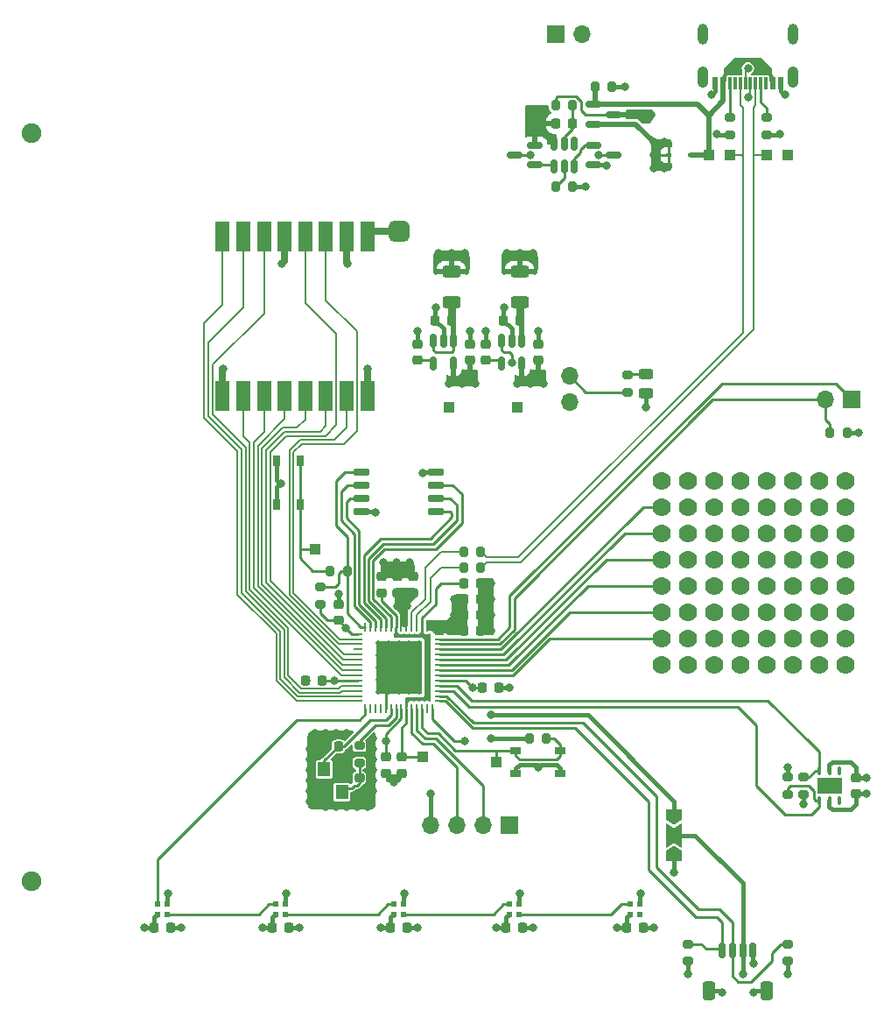
<source format=gtl>
%TF.GenerationSoftware,KiCad,Pcbnew,6.0.2+dfsg-1*%
%TF.CreationDate,2023-01-15T11:35:28-08:00*%
%TF.ProjectId,home-automation-sensor-lora,686f6d65-2d61-4757-946f-6d6174696f6e,rev?*%
%TF.SameCoordinates,Original*%
%TF.FileFunction,Copper,L1,Top*%
%TF.FilePolarity,Positive*%
%FSLAX46Y46*%
G04 Gerber Fmt 4.6, Leading zero omitted, Abs format (unit mm)*
G04 Created by KiCad (PCBNEW 6.0.2+dfsg-1) date 2023-01-15 11:35:28*
%MOMM*%
%LPD*%
G01*
G04 APERTURE LIST*
G04 Aperture macros list*
%AMRoundRect*
0 Rectangle with rounded corners*
0 $1 Rounding radius*
0 $2 $3 $4 $5 $6 $7 $8 $9 X,Y pos of 4 corners*
0 Add a 4 corners polygon primitive as box body*
4,1,4,$2,$3,$4,$5,$6,$7,$8,$9,$2,$3,0*
0 Add four circle primitives for the rounded corners*
1,1,$1+$1,$2,$3*
1,1,$1+$1,$4,$5*
1,1,$1+$1,$6,$7*
1,1,$1+$1,$8,$9*
0 Add four rect primitives between the rounded corners*
20,1,$1+$1,$2,$3,$4,$5,0*
20,1,$1+$1,$4,$5,$6,$7,0*
20,1,$1+$1,$6,$7,$8,$9,0*
20,1,$1+$1,$8,$9,$2,$3,0*%
%AMFreePoly0*
4,1,6,1.000000,0.000000,0.500000,-0.750000,-0.500000,-0.750000,-0.500000,0.750000,0.500000,0.750000,1.000000,0.000000,1.000000,0.000000,$1*%
%AMFreePoly1*
4,1,7,0.700000,0.000000,1.200000,-0.750000,-1.200000,-0.750000,-0.700000,0.000000,-1.200000,0.750000,1.200000,0.750000,0.700000,0.000000,0.700000,0.000000,$1*%
G04 Aperture macros list end*
%TA.AperFunction,SMDPad,CuDef*%
%ADD10RoundRect,0.200000X0.200000X0.275000X-0.200000X0.275000X-0.200000X-0.275000X0.200000X-0.275000X0*%
%TD*%
%TA.AperFunction,SMDPad,CuDef*%
%ADD11RoundRect,0.150000X-0.150000X0.512500X-0.150000X-0.512500X0.150000X-0.512500X0.150000X0.512500X0*%
%TD*%
%TA.AperFunction,SMDPad,CuDef*%
%ADD12R,0.650000X1.050000*%
%TD*%
%TA.AperFunction,ComponentPad*%
%ADD13R,1.700000X1.700000*%
%TD*%
%TA.AperFunction,ComponentPad*%
%ADD14O,1.700000X1.700000*%
%TD*%
%TA.AperFunction,SMDPad,CuDef*%
%ADD15RoundRect,0.200000X-0.275000X0.200000X-0.275000X-0.200000X0.275000X-0.200000X0.275000X0.200000X0*%
%TD*%
%TA.AperFunction,SMDPad,CuDef*%
%ADD16RoundRect,0.200000X-0.200000X-0.275000X0.200000X-0.275000X0.200000X0.275000X-0.200000X0.275000X0*%
%TD*%
%TA.AperFunction,SMDPad,CuDef*%
%ADD17RoundRect,0.062500X-0.375000X-0.062500X0.375000X-0.062500X0.375000X0.062500X-0.375000X0.062500X0*%
%TD*%
%TA.AperFunction,SMDPad,CuDef*%
%ADD18RoundRect,0.062500X-0.062500X-0.375000X0.062500X-0.375000X0.062500X0.375000X-0.062500X0.375000X0*%
%TD*%
%TA.AperFunction,ComponentPad*%
%ADD19C,0.500000*%
%TD*%
%TA.AperFunction,SMDPad,CuDef*%
%ADD20R,4.500000X5.200000*%
%TD*%
%TA.AperFunction,SMDPad,CuDef*%
%ADD21RoundRect,0.225000X-0.225000X-0.250000X0.225000X-0.250000X0.225000X0.250000X-0.225000X0.250000X0*%
%TD*%
%TA.AperFunction,SMDPad,CuDef*%
%ADD22R,0.600000X1.150000*%
%TD*%
%TA.AperFunction,SMDPad,CuDef*%
%ADD23R,0.300000X1.150000*%
%TD*%
%TA.AperFunction,ComponentPad*%
%ADD24O,1.050000X2.100000*%
%TD*%
%TA.AperFunction,ComponentPad*%
%ADD25O,1.000000X2.000000*%
%TD*%
%TA.AperFunction,SMDPad,CuDef*%
%ADD26RoundRect,0.225000X0.250000X-0.225000X0.250000X0.225000X-0.250000X0.225000X-0.250000X-0.225000X0*%
%TD*%
%TA.AperFunction,SMDPad,CuDef*%
%ADD27R,0.550000X0.550000*%
%TD*%
%TA.AperFunction,ComponentPad*%
%ADD28R,1.000000X1.000000*%
%TD*%
%TA.AperFunction,SMDPad,CuDef*%
%ADD29RoundRect,0.225000X0.225000X0.250000X-0.225000X0.250000X-0.225000X-0.250000X0.225000X-0.250000X0*%
%TD*%
%TA.AperFunction,SMDPad,CuDef*%
%ADD30R,1.200000X1.400000*%
%TD*%
%TA.AperFunction,SMDPad,CuDef*%
%ADD31RoundRect,0.250000X-0.625000X0.312500X-0.625000X-0.312500X0.625000X-0.312500X0.625000X0.312500X0*%
%TD*%
%TA.AperFunction,SMDPad,CuDef*%
%ADD32RoundRect,0.150000X-0.650000X-0.150000X0.650000X-0.150000X0.650000X0.150000X-0.650000X0.150000X0*%
%TD*%
%TA.AperFunction,SMDPad,CuDef*%
%ADD33RoundRect,0.200000X0.275000X-0.200000X0.275000X0.200000X-0.275000X0.200000X-0.275000X-0.200000X0*%
%TD*%
%TA.AperFunction,SMDPad,CuDef*%
%ADD34R,0.600000X0.450000*%
%TD*%
%TA.AperFunction,SMDPad,CuDef*%
%ADD35RoundRect,0.100000X0.100000X-0.300000X0.100000X0.300000X-0.100000X0.300000X-0.100000X-0.300000X0*%
%TD*%
%TA.AperFunction,SMDPad,CuDef*%
%ADD36R,2.400000X1.500000*%
%TD*%
%TA.AperFunction,SMDPad,CuDef*%
%ADD37RoundRect,0.150000X-0.150000X-0.625000X0.150000X-0.625000X0.150000X0.625000X-0.150000X0.625000X0*%
%TD*%
%TA.AperFunction,SMDPad,CuDef*%
%ADD38RoundRect,0.250000X-0.350000X-0.650000X0.350000X-0.650000X0.350000X0.650000X-0.350000X0.650000X0*%
%TD*%
%TA.AperFunction,SMDPad,CuDef*%
%ADD39RoundRect,0.150000X0.150000X-0.512500X0.150000X0.512500X-0.150000X0.512500X-0.150000X-0.512500X0*%
%TD*%
%TA.AperFunction,SMDPad,CuDef*%
%ADD40RoundRect,0.150000X-0.587500X-0.150000X0.587500X-0.150000X0.587500X0.150000X-0.587500X0.150000X0*%
%TD*%
%TA.AperFunction,SMDPad,CuDef*%
%ADD41R,1.400000X3.000000*%
%TD*%
%TA.AperFunction,SMDPad,CuDef*%
%ADD42RoundRect,0.225000X-0.250000X0.225000X-0.250000X-0.225000X0.250000X-0.225000X0.250000X0.225000X0*%
%TD*%
%TA.AperFunction,SMDPad,CuDef*%
%ADD43RoundRect,0.243750X0.456250X-0.243750X0.456250X0.243750X-0.456250X0.243750X-0.456250X-0.243750X0*%
%TD*%
%TA.AperFunction,SMDPad,CuDef*%
%ADD44R,1.050000X0.650000*%
%TD*%
%TA.AperFunction,SMDPad,CuDef*%
%ADD45FreePoly0,90.000000*%
%TD*%
%TA.AperFunction,SMDPad,CuDef*%
%ADD46FreePoly1,90.000000*%
%TD*%
%TA.AperFunction,SMDPad,CuDef*%
%ADD47FreePoly0,270.000000*%
%TD*%
%TA.AperFunction,ComponentPad*%
%ADD48RoundRect,0.500000X-0.500000X-0.500000X0.500000X-0.500000X0.500000X0.500000X-0.500000X0.500000X0*%
%TD*%
%TA.AperFunction,ComponentPad*%
%ADD49C,1.905000*%
%TD*%
%TA.AperFunction,ComponentPad*%
%ADD50C,1.778000*%
%TD*%
%TA.AperFunction,SMDPad,CuDef*%
%ADD51RoundRect,0.150000X0.587500X0.150000X-0.587500X0.150000X-0.587500X-0.150000X0.587500X-0.150000X0*%
%TD*%
%TA.AperFunction,ViaPad*%
%ADD52C,0.800000*%
%TD*%
%TA.AperFunction,Conductor*%
%ADD53C,0.381000*%
%TD*%
%TA.AperFunction,Conductor*%
%ADD54C,0.635000*%
%TD*%
%TA.AperFunction,Conductor*%
%ADD55C,0.254000*%
%TD*%
%TA.AperFunction,Conductor*%
%ADD56C,0.508000*%
%TD*%
%TA.AperFunction,Conductor*%
%ADD57C,0.250000*%
%TD*%
%TA.AperFunction,Conductor*%
%ADD58C,0.200000*%
%TD*%
%TA.AperFunction,Conductor*%
%ADD59C,0.203200*%
%TD*%
%TA.AperFunction,Conductor*%
%ADD60C,0.762000*%
%TD*%
G04 APERTURE END LIST*
D10*
X178666001Y-83853001D03*
X177016001Y-83853001D03*
D11*
X182601001Y-63411501D03*
X181651001Y-63411501D03*
X180701001Y-63411501D03*
X180701001Y-65686501D03*
X182601001Y-65686501D03*
D12*
X158958001Y-79288001D03*
X158958001Y-75022001D03*
X161164001Y-79288001D03*
X161164001Y-75022001D03*
D13*
X181397001Y-110269001D03*
D14*
X178857001Y-110269001D03*
X176317001Y-110269001D03*
X173777001Y-110269001D03*
D15*
X208321001Y-105634001D03*
X208321001Y-107284001D03*
D16*
X185906001Y-48547001D03*
X187556001Y-48547001D03*
D17*
X166791501Y-91779001D03*
X166791501Y-92279001D03*
X166791501Y-92779001D03*
X166791501Y-93279001D03*
X166791501Y-93779001D03*
X166791501Y-94279001D03*
X166791501Y-94779001D03*
X166791501Y-95279001D03*
X166791501Y-95779001D03*
X166791501Y-96279001D03*
X166791501Y-96779001D03*
X166791501Y-97279001D03*
X166791501Y-97779001D03*
X166791501Y-98279001D03*
D18*
X167479001Y-98966501D03*
X167979001Y-98966501D03*
X168479001Y-98966501D03*
X168979001Y-98966501D03*
X169479001Y-98966501D03*
X169979001Y-98966501D03*
X170479001Y-98966501D03*
X170979001Y-98966501D03*
X171479001Y-98966501D03*
X171979001Y-98966501D03*
X172479001Y-98966501D03*
X172979001Y-98966501D03*
X173479001Y-98966501D03*
X173979001Y-98966501D03*
D17*
X174666501Y-98279001D03*
X174666501Y-97779001D03*
X174666501Y-97279001D03*
X174666501Y-96779001D03*
X174666501Y-96279001D03*
X174666501Y-95779001D03*
X174666501Y-95279001D03*
X174666501Y-94779001D03*
X174666501Y-94279001D03*
X174666501Y-93779001D03*
X174666501Y-93279001D03*
X174666501Y-92779001D03*
X174666501Y-92279001D03*
X174666501Y-91779001D03*
D18*
X173979001Y-91091501D03*
X173479001Y-91091501D03*
X172979001Y-91091501D03*
X172479001Y-91091501D03*
X171979001Y-91091501D03*
X171479001Y-91091501D03*
X170979001Y-91091501D03*
X170479001Y-91091501D03*
X169979001Y-91091501D03*
X169479001Y-91091501D03*
X168979001Y-91091501D03*
X168479001Y-91091501D03*
X167979001Y-91091501D03*
X167479001Y-91091501D03*
D19*
X168729001Y-93854001D03*
X169729001Y-95029001D03*
X171729001Y-96204001D03*
X170729001Y-92679001D03*
X172729001Y-92679001D03*
D20*
X170729001Y-95029001D03*
D19*
X168729001Y-96204001D03*
X172729001Y-93854001D03*
X170729001Y-96204001D03*
X169729001Y-97379001D03*
X170729001Y-93854001D03*
X169729001Y-92679001D03*
X171729001Y-93854001D03*
X170729001Y-95029001D03*
X172729001Y-97379001D03*
X171729001Y-92679001D03*
X168729001Y-95029001D03*
X171729001Y-95029001D03*
X169729001Y-96204001D03*
X168729001Y-92679001D03*
X169729001Y-93854001D03*
X171729001Y-97379001D03*
X172729001Y-96204001D03*
X168729001Y-97379001D03*
X170729001Y-97379001D03*
X172729001Y-95029001D03*
D21*
X177066001Y-89949001D03*
X178616001Y-89949001D03*
D22*
X207711001Y-38570001D03*
X206911001Y-38570001D03*
D23*
X205761001Y-38570001D03*
X204761001Y-38570001D03*
X204261001Y-38570001D03*
X203261001Y-38570001D03*
D22*
X201311001Y-38570001D03*
X202111001Y-38570001D03*
D23*
X202761001Y-38570001D03*
X203761001Y-38570001D03*
X205261001Y-38570001D03*
X206261001Y-38570001D03*
D24*
X200191002Y-37995000D03*
D25*
X208831000Y-33815001D03*
X200191002Y-33815001D03*
D24*
X208831001Y-37995001D03*
D26*
X184191001Y-65324001D03*
X184191001Y-63774001D03*
D27*
X159774001Y-118872001D03*
X159774001Y-117922001D03*
X158824001Y-117922001D03*
X158824001Y-118872001D03*
D28*
X208321001Y-45499001D03*
D29*
X163301002Y-96288601D03*
X161751002Y-96288601D03*
D28*
X206289001Y-45499001D03*
D26*
X172126001Y-87803001D03*
X172126001Y-86253001D03*
D30*
X165229001Y-107066000D03*
X165229001Y-104866000D03*
X163529001Y-104866000D03*
X163529001Y-107066000D03*
D16*
X189716001Y-38895001D03*
X191366001Y-38895001D03*
D26*
X164913601Y-90485000D03*
X164913601Y-88935000D03*
D31*
X182413001Y-56798001D03*
X182413001Y-59723001D03*
D27*
X171204001Y-118872001D03*
X171204001Y-117922001D03*
X170254001Y-117922001D03*
X170254001Y-118872001D03*
D16*
X212449001Y-72296001D03*
X214099001Y-72296001D03*
D26*
X170602001Y-87803001D03*
X170602001Y-86253001D03*
D28*
X182159001Y-69883001D03*
D31*
X175809001Y-56798001D03*
X175809001Y-59723001D03*
D32*
X167129001Y-76106001D03*
X167129001Y-77376001D03*
X167129001Y-78646001D03*
X167129001Y-79916001D03*
X174329001Y-79916001D03*
X174329001Y-78646001D03*
X174329001Y-77376001D03*
X174329001Y-76106001D03*
D14*
X187239001Y-69380001D03*
X187239001Y-66840001D03*
D33*
X198701001Y-123426351D03*
X198701001Y-121776351D03*
D26*
X179111001Y-65324001D03*
X179111001Y-63774001D03*
D21*
X177066001Y-91473001D03*
X178616001Y-91473001D03*
D34*
X196857001Y-45499001D03*
X198957001Y-45499001D03*
D28*
X202733001Y-45499001D03*
D21*
X169954001Y-120175001D03*
X171504001Y-120175001D03*
D26*
X169078001Y-87803001D03*
X169078001Y-86253001D03*
D21*
X177066001Y-86901001D03*
X178616001Y-86901001D03*
D35*
X211385001Y-107909001D03*
X212385001Y-107909001D03*
X213385001Y-107909001D03*
X213385001Y-105009001D03*
X212385001Y-105009001D03*
X211385001Y-105009001D03*
D36*
X212385001Y-106459001D03*
D37*
X202003001Y-122352651D03*
X203003001Y-122352651D03*
X204003001Y-122352651D03*
D38*
X200703002Y-126227651D03*
D37*
X205003001Y-122352651D03*
D38*
X206303000Y-126227651D03*
D39*
X185781001Y-46636501D03*
X186731001Y-46636501D03*
X187681001Y-46636501D03*
X187681001Y-44361501D03*
X186731001Y-44361501D03*
X185781001Y-44361501D03*
D15*
X202733001Y-41880001D03*
X202733001Y-43530001D03*
D21*
X178844001Y-96934001D03*
X180394001Y-96934001D03*
D11*
X175997001Y-63411501D03*
X175047001Y-63411501D03*
X174097001Y-63411501D03*
X174097001Y-65686501D03*
X175997001Y-65686501D03*
D26*
X172507001Y-65324001D03*
X172507001Y-63774001D03*
D28*
X200701001Y-45499001D03*
D21*
X158524001Y-120175001D03*
X160074001Y-120175001D03*
D40*
X189603501Y-40612001D03*
X189603501Y-42512001D03*
X191478501Y-41562001D03*
D27*
X194064001Y-118872001D03*
X194064001Y-117922001D03*
X193114001Y-117922001D03*
X193114001Y-118872001D03*
D41*
X153700652Y-68781634D03*
X155700652Y-68781634D03*
X157700652Y-68781634D03*
X159700652Y-68781634D03*
X161700652Y-68781634D03*
X163700652Y-68781634D03*
X165700652Y-68781634D03*
X167700652Y-68781634D03*
X167700652Y-53381634D03*
X165700652Y-53381634D03*
X163700652Y-53381634D03*
X161700652Y-53381634D03*
X159700652Y-53381634D03*
X157700652Y-53381634D03*
X155700652Y-53381634D03*
X153700652Y-53381634D03*
D28*
X180127001Y-104173001D03*
D42*
X170983001Y-103680000D03*
X170983001Y-105230000D03*
D29*
X182426001Y-61501001D03*
X180876001Y-61501001D03*
D21*
X177066001Y-88425001D03*
X178616001Y-88425001D03*
D13*
X214549001Y-69121001D03*
D14*
X212009001Y-69121001D03*
D15*
X166919001Y-102601000D03*
X166919001Y-104251000D03*
D42*
X166919001Y-105699000D03*
X166919001Y-107249000D03*
D29*
X187506001Y-42451001D03*
X185956001Y-42451001D03*
X175822001Y-61501001D03*
X174272001Y-61501001D03*
D10*
X187556001Y-40673001D03*
X185906001Y-40673001D03*
D43*
X194605001Y-68534501D03*
X194605001Y-66659501D03*
D44*
X186324001Y-105276001D03*
X182058001Y-105276001D03*
X186324001Y-103070001D03*
X182058001Y-103070001D03*
D27*
X182380001Y-118872001D03*
X182380001Y-117922001D03*
X181430001Y-117922001D03*
X181430001Y-118872001D03*
D21*
X147094001Y-120175001D03*
X148644001Y-120175001D03*
D45*
X197377601Y-113258301D03*
D46*
X197377601Y-111258301D03*
D47*
X197377601Y-109258301D03*
D48*
X170729001Y-52865001D03*
D28*
X175555001Y-69883001D03*
D33*
X163135601Y-88896201D03*
X163135601Y-87246201D03*
D26*
X177587001Y-65324001D03*
X177587001Y-63774001D03*
D33*
X208353001Y-123426351D03*
X208353001Y-121776351D03*
D15*
X206289001Y-41880001D03*
X206289001Y-43530001D03*
D29*
X164900001Y-102664000D03*
X163350001Y-102664000D03*
D16*
X164088601Y-85671401D03*
X165738601Y-85671401D03*
D13*
X185964001Y-33815001D03*
D14*
X188504001Y-33815001D03*
D16*
X183366001Y-101887001D03*
X185016001Y-101887001D03*
D28*
X162601001Y-83599001D03*
D33*
X192827001Y-68422001D03*
X192827001Y-66772001D03*
X209845001Y-107284001D03*
X209845001Y-105634001D03*
D49*
X135169001Y-115666501D03*
X135169001Y-43403501D03*
D21*
X181130001Y-120175001D03*
X182680001Y-120175001D03*
D40*
X189603501Y-44549001D03*
X189603501Y-46449001D03*
X191478501Y-45499001D03*
D27*
X148344001Y-118872001D03*
X148344001Y-117922001D03*
X147394001Y-117922001D03*
X147394001Y-118872001D03*
D42*
X214925001Y-105684001D03*
X214925001Y-107234001D03*
D21*
X192814001Y-120175001D03*
X194364001Y-120175001D03*
D10*
X178666001Y-85377001D03*
X177016001Y-85377001D03*
D50*
X206289001Y-82075001D03*
X208829001Y-94775001D03*
X211369001Y-94775001D03*
X206289001Y-89695001D03*
X206289001Y-84615001D03*
X206289001Y-76995001D03*
X213909001Y-89695001D03*
X208829001Y-89695001D03*
X201209001Y-82075001D03*
X211369001Y-82075001D03*
X211369001Y-87155001D03*
X206289001Y-79535001D03*
X203749001Y-84615001D03*
X203749001Y-89695001D03*
X203749001Y-82075001D03*
X206289001Y-87155001D03*
X208829001Y-87155001D03*
X198669001Y-94775001D03*
X213909001Y-76995001D03*
X198669001Y-76995001D03*
X208829001Y-84615001D03*
X211369001Y-92235001D03*
X201209001Y-76995001D03*
X208829001Y-79535001D03*
X213909001Y-92235001D03*
X201209001Y-79535001D03*
X203749001Y-94775001D03*
X211369001Y-89695001D03*
X211369001Y-79535001D03*
X198669001Y-79535001D03*
X213909001Y-82075001D03*
X213909001Y-87155001D03*
X208829001Y-82075001D03*
X213909001Y-84615001D03*
X206289001Y-92235001D03*
X198669001Y-87155001D03*
X203749001Y-87155001D03*
X208829001Y-76995001D03*
X201209001Y-94775001D03*
X201209001Y-87155001D03*
X213909001Y-79535001D03*
X203749001Y-92235001D03*
X198669001Y-89695001D03*
X198669001Y-82075001D03*
X203749001Y-76995001D03*
X206289001Y-94775001D03*
X201209001Y-84615001D03*
X211369001Y-84615001D03*
X211369001Y-76995001D03*
X198669001Y-92235001D03*
X201209001Y-92235001D03*
X213909001Y-94775001D03*
X201209001Y-89695001D03*
X198669001Y-84615001D03*
X208829001Y-92235001D03*
X203749001Y-79535001D03*
X196129001Y-94775001D03*
X196129001Y-92235001D03*
X196129001Y-89695001D03*
X196129001Y-87155001D03*
X196129001Y-84615001D03*
X196129001Y-82075001D03*
X196129001Y-79535001D03*
X196129001Y-76995001D03*
D42*
X169459001Y-103680000D03*
X169459001Y-105230000D03*
D51*
X183858501Y-46449001D03*
X183858501Y-44549001D03*
X181983501Y-45499001D03*
D28*
X173015001Y-103680000D03*
D52*
X167756000Y-108491001D03*
X159807001Y-116873001D03*
X192573001Y-38895001D03*
X184191001Y-62517001D03*
X162168000Y-104935001D03*
X190795001Y-46515001D03*
X215941001Y-107221001D03*
X174285001Y-60231001D03*
X179619001Y-91473001D03*
X205051001Y-126411351D03*
X162168000Y-107983001D03*
X164708000Y-101379001D03*
X183683001Y-120175001D03*
X205051001Y-123617351D03*
X172507001Y-120175001D03*
X207559001Y-43467001D03*
X165780652Y-56001634D03*
X215179001Y-72296001D03*
X201545001Y-43467001D03*
X162676000Y-101379001D03*
X148377001Y-116873001D03*
X168264000Y-104935001D03*
X165724000Y-108491001D03*
X171797001Y-84884001D03*
X167685652Y-66161634D03*
X163692000Y-108491001D03*
X179111001Y-62517001D03*
X168264000Y-103919001D03*
X168264000Y-102903001D03*
X202003001Y-126411351D03*
X162168000Y-103919001D03*
X168264000Y-105951001D03*
X208067001Y-39657001D03*
X165724000Y-101379001D03*
X179619001Y-86901001D03*
X182413001Y-116873001D03*
X162168000Y-102903001D03*
X164913601Y-87932000D03*
X170527001Y-84884001D03*
X194605001Y-69883001D03*
X161814801Y-96288601D03*
X166740000Y-108491001D03*
X171237001Y-116873001D03*
X153715652Y-66161634D03*
X180889001Y-60231001D03*
X162168000Y-105951001D03*
X181397001Y-96934001D03*
X179619001Y-88425001D03*
X184191001Y-104681001D03*
X179619001Y-89949001D03*
X188763001Y-48547001D03*
X163692000Y-101379001D03*
X168443001Y-80043001D03*
X149647001Y-120175001D03*
X195367001Y-120175001D03*
X162168000Y-106967001D03*
X177587001Y-62517001D03*
X200955001Y-39657001D03*
X159299001Y-77249001D03*
X164708000Y-108491001D03*
X168264000Y-106967001D03*
X169257001Y-84884001D03*
X170245200Y-106106000D03*
X168264000Y-101887001D03*
X161077001Y-120175001D03*
X172507001Y-62517001D03*
X194097001Y-116873001D03*
X183683001Y-54958501D03*
X177079001Y-54958501D03*
X181143001Y-54958501D03*
X174539001Y-54958501D03*
X182413001Y-54958501D03*
X195367001Y-44229001D03*
X196383001Y-46769001D03*
X195367001Y-45499001D03*
X196383001Y-44229001D03*
X175809001Y-54958501D03*
X195367001Y-46769001D03*
X178095001Y-67597001D03*
X179619001Y-101887001D03*
X171543001Y-89075001D03*
X179619001Y-99601001D03*
X176063001Y-91473001D03*
X176825001Y-67597001D03*
X173777001Y-107221001D03*
X176063001Y-89949001D03*
X173015001Y-76233001D03*
X164523003Y-96279001D03*
X165618302Y-91189700D03*
X176063001Y-88425001D03*
X169459001Y-102156000D03*
X175555001Y-67597001D03*
X177841001Y-96934001D03*
X170576601Y-89060001D03*
X204511001Y-37117001D03*
X204511001Y-39911001D03*
X191811001Y-120175001D03*
X184699001Y-67597001D03*
X208321001Y-104681001D03*
X157521001Y-120175001D03*
X215941001Y-105697001D03*
X209845001Y-108237001D03*
X180127001Y-120175001D03*
X159430652Y-56001634D03*
X183429001Y-67597001D03*
X182159001Y-67597001D03*
X197377601Y-114814301D03*
X168951001Y-120175001D03*
X146091001Y-120175001D03*
X208353001Y-124633351D03*
X204035001Y-124633351D03*
X198701001Y-124633351D03*
X181651001Y-65565001D03*
X177079001Y-102141001D03*
X193081001Y-41562001D03*
X195113001Y-41562001D03*
X194097001Y-41562001D03*
X183429001Y-45499001D03*
X190033001Y-45499001D03*
X183429001Y-41181001D03*
X184699001Y-41181001D03*
X184699001Y-42451001D03*
X183429001Y-42451001D03*
D53*
X174272001Y-61501001D02*
X174272001Y-60244001D01*
X182380001Y-117922001D02*
X182380001Y-116906001D01*
X186324001Y-104782001D02*
X185969001Y-104427001D01*
X214099001Y-72296001D02*
X215179001Y-72296001D01*
X194364001Y-120175001D02*
X195367001Y-120175001D01*
X200703002Y-126227651D02*
X201819301Y-126227651D01*
X191366001Y-38895001D02*
X192573001Y-38895001D01*
X184191001Y-63774001D02*
X184191001Y-62517001D01*
X164913601Y-88935000D02*
X164913601Y-87932000D01*
X185969001Y-104427001D02*
X184445001Y-104427001D01*
D54*
X153700652Y-66176634D02*
X153715652Y-66161634D01*
D53*
X148344001Y-117922001D02*
X148344001Y-116906001D01*
D54*
X165700652Y-53381634D02*
X165700652Y-55921634D01*
D53*
X201608001Y-43530001D02*
X201545001Y-43467001D01*
X215941001Y-107221001D02*
X215928001Y-107234001D01*
X189603501Y-46449001D02*
X190729001Y-46449001D01*
X212639001Y-108745001D02*
X212369001Y-108475001D01*
X168443001Y-80043001D02*
X168316001Y-79916001D01*
X148644001Y-120175001D02*
X149647001Y-120175001D01*
X175047001Y-63411501D02*
X175047001Y-62276001D01*
X194064001Y-117922001D02*
X194064001Y-116906001D01*
X181397001Y-96934001D02*
X180394001Y-96934001D01*
X172507001Y-63774001D02*
X172507001Y-62517001D01*
X160074001Y-120175001D02*
X161077001Y-120175001D01*
X184445001Y-104427001D02*
X184191001Y-104681001D01*
X186324001Y-105276001D02*
X186324001Y-104782001D01*
X201311001Y-39301001D02*
X200955001Y-39657001D01*
X148344001Y-116906001D02*
X148377001Y-116873001D01*
X180876001Y-61501001D02*
X180876001Y-60244001D01*
D54*
X167700652Y-68781634D02*
X167700652Y-66176634D01*
D53*
X214925001Y-108237001D02*
X214417001Y-108745001D01*
X171204001Y-117160001D02*
X171237001Y-117127001D01*
D55*
X169479001Y-98966501D02*
X169479001Y-97424999D01*
D53*
X207711001Y-38570001D02*
X207711001Y-39301001D01*
X171237001Y-117127001D02*
X171237001Y-116873001D01*
D54*
X165700652Y-55921634D02*
X165780652Y-56001634D01*
D53*
X201311001Y-38570001D02*
X201311001Y-39301001D01*
X201819301Y-126227651D02*
X202003001Y-126411351D01*
X207496001Y-43530001D02*
X207559001Y-43467001D01*
X214417001Y-108745001D02*
X212639001Y-108745001D01*
X158958001Y-77590001D02*
X159299001Y-77249001D01*
X181651001Y-62276001D02*
X180876001Y-61501001D01*
X212369001Y-108475001D02*
X212369001Y-107909001D01*
X206303000Y-126227651D02*
X205234701Y-126227651D01*
X205003001Y-122352651D02*
X205003001Y-123569351D01*
X177587001Y-63774001D02*
X177587001Y-62517001D01*
X205003001Y-123569351D02*
X205051001Y-123617351D01*
X206289001Y-43530001D02*
X207496001Y-43530001D01*
X194605001Y-68534501D02*
X194605001Y-69883001D01*
X182380001Y-116906001D02*
X182413001Y-116873001D01*
X158958001Y-75022001D02*
X158958001Y-76908001D01*
X175047001Y-62276001D02*
X174272001Y-61501001D01*
X182680001Y-120175001D02*
X183683001Y-120175001D01*
X159774001Y-116906001D02*
X159807001Y-116873001D01*
X215928001Y-107234001D02*
X215415801Y-107234001D01*
X205234701Y-126227651D02*
X205051001Y-126411351D01*
X158958001Y-76908001D02*
X159299001Y-77249001D01*
X182413001Y-104427001D02*
X182058001Y-104782001D01*
X161751002Y-96288601D02*
X161814801Y-96288601D01*
X187556001Y-48547001D02*
X188763001Y-48547001D01*
X180876001Y-60244001D02*
X180889001Y-60231001D01*
X190729001Y-46449001D02*
X190795001Y-46515001D01*
X183937001Y-104427001D02*
X184191001Y-104681001D01*
X158958001Y-79288001D02*
X158958001Y-77590001D01*
X159774001Y-117922001D02*
X159774001Y-116906001D01*
X194064001Y-116906001D02*
X194097001Y-116873001D01*
X207711001Y-39301001D02*
X208067001Y-39657001D01*
X167685652Y-66161634D02*
X167700652Y-66176634D01*
D54*
X153700652Y-68781634D02*
X153700652Y-66176634D01*
D53*
X182413001Y-104427001D02*
X183937001Y-104427001D01*
X168316001Y-79916001D02*
X167129001Y-79916001D01*
X174272001Y-60244001D02*
X174285001Y-60231001D01*
X171204001Y-117922001D02*
X171204001Y-117160001D01*
X202733001Y-43530001D02*
X201608001Y-43530001D01*
X214925001Y-107234001D02*
X214925001Y-108237001D01*
X181651001Y-63411501D02*
X181651001Y-62276001D01*
X179111001Y-63774001D02*
X179111001Y-62517001D01*
X171504001Y-120175001D02*
X172507001Y-120175001D01*
X182058001Y-104782001D02*
X182058001Y-105276001D01*
D56*
X193650001Y-42512001D02*
X195367001Y-44229001D01*
X189603501Y-42512001D02*
X193650001Y-42512001D01*
D57*
X211369001Y-103157001D02*
X210607001Y-102395001D01*
X206416001Y-98204001D02*
X177770001Y-98204001D01*
X211041001Y-105009001D02*
X211385001Y-105009001D01*
X177770001Y-98204001D02*
X176345001Y-96779001D01*
X211369001Y-105009001D02*
X211369001Y-103157001D01*
X209845001Y-105634001D02*
X210416001Y-105634001D01*
X210607001Y-102395001D02*
X206416001Y-98204001D01*
X176345001Y-96779001D02*
X174666501Y-96779001D01*
X210416001Y-105634001D02*
X211041001Y-105009001D01*
X208321001Y-106713001D02*
X208575001Y-106459001D01*
X208067001Y-109253001D02*
X210607001Y-109253001D01*
X205273001Y-100617001D02*
X205273001Y-106459001D01*
X208575001Y-106459001D02*
X210353001Y-106459001D01*
X211041001Y-107909001D02*
X211385001Y-107909001D01*
X210861001Y-107729001D02*
X211041001Y-107909001D01*
X177559501Y-98839001D02*
X203495001Y-98839001D01*
X205273001Y-106459001D02*
X208067001Y-109253001D01*
X203495001Y-98839001D02*
X205273001Y-100617001D01*
X210353001Y-106459001D02*
X210861001Y-106967001D01*
X210861001Y-106967001D02*
X210861001Y-107729001D01*
X175999501Y-97279001D02*
X177559501Y-98839001D01*
X211369001Y-108491001D02*
X211369001Y-107909001D01*
X208321001Y-107284001D02*
X208321001Y-106713001D01*
X174666501Y-97279001D02*
X175999501Y-97279001D01*
X210607001Y-109253001D02*
X211369001Y-108491001D01*
X169459001Y-103680000D02*
X169459001Y-102156000D01*
X164523003Y-96279001D02*
X163310602Y-96279001D01*
X163809002Y-90485000D02*
X163135601Y-89811599D01*
D53*
X189017001Y-99601001D02*
X197377601Y-107961601D01*
X174329001Y-76106001D02*
X173142001Y-76106001D01*
D57*
X166791501Y-96279001D02*
X164523003Y-96279001D01*
D53*
X197377601Y-107961601D02*
X197377601Y-109258301D01*
X173142001Y-76106001D02*
X173015001Y-76233001D01*
D57*
X163310602Y-96279001D02*
X163301002Y-96288601D01*
X177841001Y-96934001D02*
X177186001Y-96279001D01*
X169459001Y-102156000D02*
X169459001Y-101493963D01*
D53*
X183366001Y-101887001D02*
X179619001Y-101887001D01*
D57*
X166791501Y-91779001D02*
X166207602Y-91779001D01*
X178844001Y-96934001D02*
X177841001Y-96934001D01*
D53*
X179619001Y-99601001D02*
X189017001Y-99601001D01*
D57*
X163135601Y-89811599D02*
X163135601Y-88896201D01*
X170979001Y-99973963D02*
X170979001Y-98966501D01*
X165618302Y-91189700D02*
X164913601Y-90485000D01*
X177186001Y-96279001D02*
X174666501Y-96279001D01*
X164913601Y-90485000D02*
X163809002Y-90485000D01*
X166207602Y-91779001D02*
X165618302Y-91189700D01*
X169459001Y-101493963D02*
X170979001Y-99973963D01*
D53*
X173777001Y-110269001D02*
X173777001Y-107221001D01*
D57*
X157234001Y-118872001D02*
X158184001Y-117922001D01*
X148344001Y-118872001D02*
X157234001Y-118872001D01*
X158184001Y-117922001D02*
X158824001Y-117922001D01*
X147394001Y-117922001D02*
X147394001Y-113538001D01*
X167479001Y-99549001D02*
X167479001Y-98966501D01*
X166919001Y-100109001D02*
X167479001Y-99549001D01*
X160823001Y-100109001D02*
X166919001Y-100109001D01*
X147394001Y-113538001D02*
X160823001Y-100109001D01*
D56*
X200701001Y-45499001D02*
X198957001Y-45499001D01*
X202111001Y-40279001D02*
X200701001Y-41689001D01*
X189716001Y-38895001D02*
X189716001Y-40499501D01*
X200701001Y-41689001D02*
X200701001Y-45499001D01*
X189603501Y-40612001D02*
X199624001Y-40612001D01*
X202111001Y-38570001D02*
X202111001Y-40279001D01*
X199624001Y-40612001D02*
X200701001Y-41689001D01*
D57*
X202761001Y-38570001D02*
X202761001Y-41852001D01*
X206289001Y-40927001D02*
X206289001Y-41880001D01*
X205761001Y-40399001D02*
X206289001Y-40927001D01*
X205761001Y-38570001D02*
X205761001Y-40399001D01*
D58*
X205261001Y-40685001D02*
X205261001Y-38570001D01*
X178666001Y-85377001D02*
X179203000Y-84840002D01*
X179203000Y-84840002D02*
X182506200Y-84840002D01*
X182506200Y-84840002D02*
X205019001Y-62327201D01*
X205019001Y-45626001D02*
X205019001Y-45499001D01*
X205019001Y-40927001D02*
X205261001Y-40685001D01*
X206289001Y-45499001D02*
X205146001Y-45499001D01*
X204261001Y-37367001D02*
X204511001Y-37117001D01*
X205019001Y-62327201D02*
X205019001Y-45626001D01*
X204261001Y-38570001D02*
X204261001Y-37367001D01*
X205146001Y-45499001D02*
X205019001Y-45372001D01*
X205019001Y-45499001D02*
X205019001Y-45372001D01*
X205019001Y-45372001D02*
X205019001Y-40927001D01*
X205146001Y-45499001D02*
X205019001Y-45626001D01*
X202733001Y-45499001D02*
X203876001Y-45499001D01*
X203876001Y-45499001D02*
X204003001Y-45626001D01*
X182319802Y-84390000D02*
X204003001Y-62706801D01*
X204003001Y-62706801D02*
X204003001Y-45626001D01*
X204003001Y-45626001D02*
X204003001Y-45499001D01*
X203876001Y-45499001D02*
X204003001Y-45372001D01*
X178666001Y-83853001D02*
X179203000Y-84390000D01*
X179203000Y-84390000D02*
X182319802Y-84390000D01*
X204003001Y-40935752D02*
X203761001Y-40693752D01*
X204003001Y-45499001D02*
X204003001Y-45372001D01*
X204761001Y-38570001D02*
X204761001Y-39661001D01*
X203761001Y-40693752D02*
X203761001Y-38570001D01*
X204003001Y-45372001D02*
X204003001Y-40935752D01*
X204761001Y-39661001D02*
X204511001Y-39911001D01*
D57*
X168730001Y-118872001D02*
X169680001Y-117922001D01*
X169680001Y-117922001D02*
X170254001Y-117922001D01*
X168730001Y-118872001D02*
X159774001Y-118872001D01*
X179906001Y-118872001D02*
X180856001Y-117922001D01*
X179906001Y-118872001D02*
X171204001Y-118872001D01*
X180856001Y-117922001D02*
X181430001Y-117922001D01*
X193081001Y-117889001D02*
X192272001Y-117889001D01*
X192272001Y-117889001D02*
X191289001Y-118872001D01*
X191289001Y-118872001D02*
X182380001Y-118872001D01*
X193114001Y-117922001D02*
X193081001Y-117889001D01*
D59*
X161317112Y-97061001D02*
X160058352Y-95802241D01*
X164887001Y-97061001D02*
X161317112Y-97061001D01*
X155700652Y-72634652D02*
X155700652Y-68781634D01*
X160058352Y-91221650D02*
X156314501Y-87477799D01*
X160058352Y-95802241D02*
X160058352Y-91221650D01*
X156314501Y-73248501D02*
X155700652Y-72634652D01*
X156314501Y-87477799D02*
X156314501Y-73248501D01*
X165169001Y-96779001D02*
X164887001Y-97061001D01*
X166791501Y-96779001D02*
X165169001Y-96779001D01*
X156708201Y-87314723D02*
X156708201Y-73235801D01*
X166791501Y-95779001D02*
X165172479Y-95779001D01*
X157700652Y-72243350D02*
X157700652Y-68781634D01*
X156708201Y-73235801D02*
X157700652Y-72243350D01*
X165172479Y-95779001D02*
X156708201Y-87314723D01*
X165229255Y-95279001D02*
X157101901Y-87151647D01*
X157101901Y-73604101D02*
X159700652Y-71005350D01*
X166791501Y-95279001D02*
X165229255Y-95279001D01*
X157101901Y-87151647D02*
X157101901Y-73604101D01*
X159700652Y-71005350D02*
X159700652Y-68781634D01*
X166791501Y-94779001D02*
X165286031Y-94779001D01*
X165286031Y-94779001D02*
X157495601Y-86988571D01*
X159506249Y-71864201D02*
X160873801Y-71864201D01*
X161700652Y-71037350D02*
X161700652Y-68781634D01*
X160873801Y-71864201D02*
X161700652Y-71037350D01*
X157495601Y-73874849D02*
X159506249Y-71864201D01*
X157495601Y-86988571D02*
X157495601Y-73874849D01*
X163109001Y-72257901D02*
X163700652Y-71666250D01*
X157889301Y-74037925D02*
X159669325Y-72257901D01*
X163700652Y-71666250D02*
X163700652Y-68781634D01*
X166791501Y-94279001D02*
X165342807Y-94279001D01*
X157889301Y-86825495D02*
X157889301Y-74037925D01*
X159669325Y-72257901D02*
X163109001Y-72257901D01*
X165342807Y-94279001D02*
X157889301Y-86825495D01*
X166791501Y-92779001D02*
X164956359Y-92779001D01*
X161167925Y-73045301D02*
X164518701Y-73045301D01*
X164956359Y-92779001D02*
X160153201Y-87975843D01*
X160153201Y-87975843D02*
X160153201Y-74060025D01*
X165700652Y-71863350D02*
X165700652Y-68781634D01*
X160153201Y-74060025D02*
X161167925Y-73045301D01*
X164518701Y-73045301D02*
X165700652Y-71863350D01*
D54*
X170690634Y-52826634D02*
X168320652Y-52826634D01*
X170729001Y-52865001D02*
X170690634Y-52826634D01*
D59*
X165395001Y-73439001D02*
X161331001Y-73439001D01*
X161331001Y-73439001D02*
X160546901Y-74223101D01*
X163700652Y-59509634D02*
X166692752Y-62501734D01*
X165013135Y-92279001D02*
X166791501Y-92279001D01*
X166692752Y-62501734D02*
X166692752Y-72141250D01*
X160546901Y-87812767D02*
X165013135Y-92279001D01*
X160546901Y-74223101D02*
X160546901Y-87812767D01*
X166692752Y-72141250D02*
X165395001Y-73439001D01*
X163700652Y-53381634D02*
X163700652Y-59509634D01*
X159832401Y-72651601D02*
X163642401Y-72651601D01*
X165399583Y-93779001D02*
X158283001Y-86662419D01*
X166791501Y-93779001D02*
X165399583Y-93779001D01*
X158283001Y-86662419D02*
X158283001Y-74201001D01*
X164709041Y-71584961D02*
X164709041Y-62804023D01*
X161700652Y-59795634D02*
X161700652Y-53381634D01*
X163642401Y-72651601D02*
X164709041Y-71584961D01*
X158283001Y-74201001D02*
X159832401Y-72651601D01*
X164709041Y-62804023D02*
X161700652Y-59795634D01*
X159664652Y-95965317D02*
X159664652Y-91384726D01*
X165050077Y-97454701D02*
X161154036Y-97454701D01*
X152709041Y-65771245D02*
X157700652Y-60779634D01*
X166791501Y-97279001D02*
X165225777Y-97279001D01*
X165225777Y-97279001D02*
X165050077Y-97454701D01*
X155920801Y-73774605D02*
X152709041Y-70562845D01*
X155920801Y-87640875D02*
X155920801Y-73774605D01*
X152709041Y-70562845D02*
X152709041Y-65771245D01*
X161154036Y-97454701D02*
X159664652Y-95965317D01*
X157700652Y-60779634D02*
X157700652Y-53381634D01*
X159664652Y-91384726D02*
X155920801Y-87640875D01*
X165369601Y-97848401D02*
X160990960Y-97848401D01*
X152315821Y-70725723D02*
X152315821Y-63624465D01*
X159270952Y-96128393D02*
X159270952Y-91547802D01*
X155527101Y-87803951D02*
X155527101Y-73937003D01*
X160990960Y-97848401D02*
X159270952Y-96128393D01*
X166791501Y-97779001D02*
X165439001Y-97779001D01*
X165439001Y-97779001D02*
X165369601Y-97848401D01*
X155527101Y-73937003D02*
X152315821Y-70725723D01*
X155700652Y-60239634D02*
X155700652Y-53381634D01*
X159270952Y-91547802D02*
X155527101Y-87803951D01*
X152315821Y-63624465D02*
X155700652Y-60239634D01*
X155133401Y-87967027D02*
X155133401Y-74100079D01*
X151922601Y-70889279D02*
X151922601Y-61731685D01*
X151922601Y-61731685D02*
X153700652Y-59953634D01*
X158877252Y-96291469D02*
X158877252Y-91710878D01*
X155133401Y-74100079D02*
X151922601Y-70889279D01*
X160864784Y-98279001D02*
X158877252Y-96291469D01*
X153700652Y-59953634D02*
X153700652Y-53381634D01*
X158877252Y-91710878D02*
X155133401Y-87967027D01*
X166791501Y-98279001D02*
X160864784Y-98279001D01*
D57*
X174285001Y-88933001D02*
X172979001Y-90239001D01*
X170479001Y-91091501D02*
X170479001Y-90008698D01*
X173015001Y-103680000D02*
X170996001Y-103680000D01*
X169078001Y-88607698D02*
X169078001Y-87803001D01*
X172979001Y-90239001D02*
X172979001Y-91091501D01*
X174285001Y-87409001D02*
X174285001Y-88933001D01*
X174793001Y-86901001D02*
X174285001Y-87409001D01*
X177066001Y-86901001D02*
X174793001Y-86901001D01*
X171479001Y-100375001D02*
X170983001Y-100871001D01*
X170479001Y-90008698D02*
X169078001Y-88607698D01*
X170983001Y-100871001D02*
X170983001Y-103680000D01*
X171479001Y-98966501D02*
X171479001Y-100375001D01*
D55*
X166919001Y-106220000D02*
X166919001Y-105699000D01*
X166919001Y-105699000D02*
X166919001Y-104251000D01*
X166157001Y-106728000D02*
X165567001Y-106728000D01*
X166665001Y-106474000D02*
X166919001Y-106220000D01*
X166157001Y-106728000D02*
X166411001Y-106474000D01*
X166411001Y-106474000D02*
X166665001Y-106474000D01*
D57*
X165738601Y-85671401D02*
X165218401Y-85671401D01*
X165738601Y-85671401D02*
X165738601Y-82418601D01*
X165522001Y-76106001D02*
X167129001Y-76106001D01*
X164913601Y-85976201D02*
X164913601Y-86890601D01*
X167057101Y-91091501D02*
X165738601Y-89773001D01*
X164558001Y-87246201D02*
X163135601Y-87246201D01*
X167479001Y-91091501D02*
X167057101Y-91091501D01*
X165738601Y-82418601D02*
X164633001Y-81313001D01*
X164633001Y-81313001D02*
X164633001Y-76995001D01*
X165218401Y-85671401D02*
X164913601Y-85976201D01*
X164913601Y-86890601D02*
X164558001Y-87246201D01*
X165738601Y-89773001D02*
X165738601Y-85671401D01*
X164633001Y-76995001D02*
X165522001Y-76106001D01*
X174285001Y-83599001D02*
X176825001Y-81059001D01*
X169979001Y-90130980D02*
X168230101Y-88382080D01*
X176825001Y-78265001D02*
X175936001Y-77376001D01*
X176825001Y-81059001D02*
X176825001Y-78265001D01*
X168230101Y-88382080D02*
X168230101Y-84717065D01*
X169348165Y-83599001D02*
X174285001Y-83599001D01*
X175936001Y-77376001D02*
X174329001Y-77376001D01*
X168230101Y-84717065D02*
X169348165Y-83599001D01*
X169979001Y-91091501D02*
X169979001Y-90130980D01*
X176317001Y-79281001D02*
X175682001Y-78646001D01*
X167790081Y-84534803D02*
X169233883Y-83091001D01*
X174031001Y-83091001D02*
X176317001Y-80805001D01*
X169233883Y-83091001D02*
X174031001Y-83091001D01*
X169479001Y-91091501D02*
X169479001Y-90253262D01*
X169479001Y-90253262D02*
X167790081Y-88564342D01*
X167790081Y-88564342D02*
X167790081Y-84534803D01*
X176317001Y-80805001D02*
X176317001Y-79281001D01*
X175682001Y-78646001D02*
X174329001Y-78646001D01*
X175876981Y-80110981D02*
X175682001Y-79916001D01*
X175682001Y-79916001D02*
X174329001Y-79916001D01*
X167350061Y-84183941D02*
X168951001Y-82583001D01*
X168979001Y-90375544D02*
X167350061Y-88746604D01*
X168979001Y-91091501D02*
X168979001Y-90375544D01*
X167350061Y-88746604D02*
X167350061Y-84183941D01*
X175876981Y-80483021D02*
X175876981Y-80110981D01*
X168951001Y-82583001D02*
X173777001Y-82583001D01*
X173777001Y-82583001D02*
X175876981Y-80483021D01*
X168479001Y-90497826D02*
X166910041Y-88928866D01*
X168479001Y-91091501D02*
X168479001Y-90497826D01*
X166910041Y-81812041D02*
X165649001Y-80551001D01*
X165649001Y-80551001D02*
X165649001Y-79027001D01*
X166030001Y-78646001D02*
X167129001Y-78646001D01*
X165649001Y-79027001D02*
X166030001Y-78646001D01*
X166910041Y-88928866D02*
X166910041Y-81812041D01*
X169459001Y-100109001D02*
X168005870Y-100109001D01*
X163529001Y-104035000D02*
X164900001Y-102664000D01*
X165450871Y-102664000D02*
X164900001Y-102664000D01*
X163529001Y-104866000D02*
X163529001Y-104035000D01*
X169979001Y-99589001D02*
X169459001Y-100109001D01*
X169979001Y-98966501D02*
X169979001Y-99589001D01*
X168005870Y-100109001D02*
X165450871Y-102664000D01*
X169713001Y-100617001D02*
X170479001Y-99851001D01*
X170479001Y-99851001D02*
X170479001Y-98966501D01*
X168443001Y-100617001D02*
X169713001Y-100617001D01*
X166919001Y-102601000D02*
X166919001Y-102141001D01*
X166919001Y-102141001D02*
X168443001Y-100617001D01*
D58*
X174793001Y-85377001D02*
X177016001Y-85377001D01*
X172479001Y-89977001D02*
X173777001Y-88679001D01*
X173777001Y-86393001D02*
X174793001Y-85377001D01*
X173777001Y-88679001D02*
X173777001Y-86393001D01*
X172479001Y-91091501D02*
X172479001Y-89977001D01*
X171979001Y-91091501D02*
X171979001Y-89715001D01*
X173269001Y-88425001D02*
X173269001Y-85377001D01*
X171979001Y-89715001D02*
X173269001Y-88425001D01*
X174793001Y-83853001D02*
X177016001Y-83853001D01*
X173269001Y-85377001D02*
X174793001Y-83853001D01*
D53*
X212369001Y-104443001D02*
X212369001Y-105009001D01*
X158824001Y-118872001D02*
X158524001Y-119172001D01*
D54*
X159700652Y-55731634D02*
X159700652Y-53381634D01*
D53*
X147094001Y-119172001D02*
X147094001Y-120175001D01*
X193114001Y-118872001D02*
X192814001Y-119172001D01*
X214925001Y-104681001D02*
X214417001Y-104173001D01*
X197377601Y-114814301D02*
X197377601Y-113258301D01*
X181130001Y-120175001D02*
X180127001Y-120175001D01*
X214925001Y-105684001D02*
X214925001Y-104681001D01*
X181430001Y-118872001D02*
X181130001Y-119172001D01*
X181130001Y-119172001D02*
X181130001Y-120175001D01*
X169954001Y-120175001D02*
X168951001Y-120175001D01*
X158524001Y-119172001D02*
X158524001Y-120175001D01*
X192814001Y-119172001D02*
X192814001Y-120175001D01*
X209845001Y-107284001D02*
X209845001Y-108237001D01*
X214417001Y-104173001D02*
X212639001Y-104173001D01*
X147394001Y-118872001D02*
X147094001Y-119172001D01*
X170254001Y-118872001D02*
X169954001Y-119172001D01*
X215928001Y-105684001D02*
X215415801Y-105684001D01*
X158524001Y-120175001D02*
X157521001Y-120175001D01*
D54*
X159430652Y-56001634D02*
X159700652Y-55731634D01*
D53*
X208321001Y-105634001D02*
X208321001Y-104681001D01*
X147094001Y-120175001D02*
X146091001Y-120175001D01*
X169954001Y-119172001D02*
X169954001Y-120175001D01*
X215941001Y-105697001D02*
X215928001Y-105684001D01*
X192814001Y-120175001D02*
X191811001Y-120175001D01*
X212639001Y-104173001D02*
X212369001Y-104443001D01*
D57*
X177841001Y-100871001D02*
X187752301Y-100871001D01*
X187752301Y-100871001D02*
X194859001Y-107977701D01*
X175249001Y-98279001D02*
X177841001Y-100871001D01*
X194859001Y-114587001D02*
X199431001Y-119159001D01*
X200447001Y-122207001D02*
X201857351Y-122207001D01*
X200016351Y-121776351D02*
X200447001Y-122207001D01*
X199431001Y-119159001D02*
X201463001Y-119159001D01*
X201463001Y-119159001D02*
X202003001Y-119699001D01*
X174666501Y-98279001D02*
X175249001Y-98279001D01*
X202003001Y-119699001D02*
X202003001Y-122352651D01*
X198701001Y-121776351D02*
X200016351Y-121776351D01*
X194859001Y-107977701D02*
X194859001Y-114587001D01*
X203527001Y-125395351D02*
X203003001Y-124871351D01*
X208353001Y-121776351D02*
X207654001Y-121776351D01*
X195621001Y-107469701D02*
X195621001Y-114333001D01*
X177955963Y-100363001D02*
X188514301Y-100363001D01*
X188514301Y-100363001D02*
X195621001Y-107469701D01*
X199685001Y-118397001D02*
X201717001Y-118397001D01*
X175371963Y-97779001D02*
X177955963Y-100363001D01*
X201717001Y-118397001D02*
X203003001Y-119683001D01*
X206829001Y-123363351D02*
X204797001Y-125395351D01*
X203003001Y-124871351D02*
X203003001Y-122352651D01*
X203003001Y-119683001D02*
X203003001Y-122352651D01*
X195621001Y-114333001D02*
X199685001Y-118397001D01*
X206829001Y-122601351D02*
X206829001Y-123363351D01*
X204797001Y-125395351D02*
X203527001Y-125395351D01*
X174666501Y-97779001D02*
X175371963Y-97779001D01*
X207654001Y-121776351D02*
X206829001Y-122601351D01*
X166470021Y-89111128D02*
X166470021Y-82134021D01*
X165141001Y-78011001D02*
X165776001Y-77376001D01*
X166470021Y-82134021D02*
X165141001Y-80805001D01*
X165141001Y-80805001D02*
X165141001Y-78011001D01*
X165776001Y-77376001D02*
X167129001Y-77376001D01*
X167979001Y-91091501D02*
X167979001Y-90620108D01*
X167979001Y-90620108D02*
X166470021Y-89111128D01*
X161251001Y-83599001D02*
X161164001Y-83512001D01*
X162387401Y-85671401D02*
X161164001Y-84448001D01*
X164088601Y-85671401D02*
X162387401Y-85671401D01*
X161164001Y-83512001D02*
X161164001Y-79288001D01*
X161164001Y-79288001D02*
X161164001Y-75022001D01*
X162601001Y-83599001D02*
X161251001Y-83599001D01*
X161164001Y-84448001D02*
X161164001Y-83512001D01*
X194605001Y-66659501D02*
X192939501Y-66659501D01*
X192939501Y-66659501D02*
X192827001Y-66772001D01*
D53*
X197377601Y-111258301D02*
X199404301Y-111258301D01*
X198701001Y-124633351D02*
X198701001Y-123426351D01*
X199404301Y-111258301D02*
X204003001Y-115857001D01*
X204003001Y-115857001D02*
X204003001Y-122352651D01*
X204003001Y-124601351D02*
X204035001Y-124633351D01*
X204003001Y-122352651D02*
X204003001Y-124601351D01*
X208353001Y-123426351D02*
X208353001Y-124633351D01*
D57*
X181651001Y-64803001D02*
X181651001Y-65565001D01*
X176063001Y-102141001D02*
X177079001Y-102141001D01*
X174031001Y-100109001D02*
X176063001Y-102141001D01*
X181397001Y-64549001D02*
X181651001Y-64803001D01*
X180889001Y-64549001D02*
X181397001Y-64549001D01*
X180701001Y-64361001D02*
X180889001Y-64549001D01*
X180701001Y-63411501D02*
X180701001Y-64361001D01*
X173979001Y-100057001D02*
X174031001Y-100109001D01*
X173979001Y-98966501D02*
X173979001Y-100057001D01*
X175809001Y-64549001D02*
X175997001Y-64361001D01*
X174285001Y-64549001D02*
X175809001Y-64549001D01*
D56*
X175997001Y-63411501D02*
X175997001Y-61676001D01*
X175997001Y-61676001D02*
X175822001Y-61501001D01*
D57*
X174097001Y-64361001D02*
X174285001Y-64549001D01*
X175997001Y-64361001D02*
X175997001Y-63411501D01*
X174097001Y-63411501D02*
X174097001Y-64361001D01*
D60*
X175822001Y-61501001D02*
X175822001Y-59736001D01*
D57*
X172520001Y-65311001D02*
X174031001Y-65311001D01*
X179124001Y-65311001D02*
X180635001Y-65311001D01*
D56*
X182601001Y-61676001D02*
X182426001Y-61501001D01*
X182601001Y-63411501D02*
X182601001Y-61676001D01*
D60*
X182426001Y-61501001D02*
X182426001Y-59736001D01*
D57*
X186731001Y-44361501D02*
X186731001Y-43721001D01*
X187506001Y-40723001D02*
X187556001Y-40673001D01*
X187506001Y-42946001D02*
X187506001Y-42451001D01*
X187506001Y-42451001D02*
X187506001Y-40723001D01*
X186731001Y-43721001D02*
X187506001Y-42946001D01*
X174285001Y-101887001D02*
X178857001Y-106459001D01*
X178857001Y-106459001D02*
X178857001Y-110269001D01*
X172479001Y-101097001D02*
X173269001Y-101887001D01*
X172479001Y-98966501D02*
X172479001Y-101097001D01*
X173269001Y-101887001D02*
X174285001Y-101887001D01*
X173015001Y-102395001D02*
X174031001Y-102395001D01*
X171979001Y-101359001D02*
X173015001Y-102395001D01*
X174031001Y-102395001D02*
X176317001Y-104681001D01*
X176317001Y-104681001D02*
X176317001Y-110269001D01*
X171979001Y-98966501D02*
X171979001Y-101359001D01*
X194351001Y-79535001D02*
X196129001Y-79535001D01*
X174666501Y-93279001D02*
X180607001Y-93279001D01*
X180607001Y-93279001D02*
X194351001Y-79535001D01*
X180869001Y-93779001D02*
X192573001Y-82075001D01*
X174666501Y-93779001D02*
X180869001Y-93779001D01*
X192573001Y-82075001D02*
X195875001Y-82075001D01*
X174666501Y-94279001D02*
X181131001Y-94279001D01*
X181131001Y-94279001D02*
X190795001Y-84615001D01*
X190795001Y-84615001D02*
X195875001Y-84615001D01*
X181393001Y-94779001D02*
X189017001Y-87155001D01*
X174666501Y-94779001D02*
X181393001Y-94779001D01*
X189017001Y-87155001D02*
X195875001Y-87155001D01*
X174666501Y-95279001D02*
X181655001Y-95279001D01*
X187239001Y-89695001D02*
X195875001Y-89695001D01*
X181655001Y-95279001D02*
X187239001Y-89695001D01*
X174666501Y-95779001D02*
X181777963Y-95779001D01*
X181777963Y-95779001D02*
X185321963Y-92235001D01*
X185321963Y-92235001D02*
X195875001Y-92235001D01*
X188821001Y-68422001D02*
X192827001Y-68422001D01*
X187239001Y-66840001D02*
X188821001Y-68422001D01*
D55*
X188382001Y-40292001D02*
X187874001Y-39784001D01*
X187874001Y-39784001D02*
X186096001Y-39784001D01*
X186096001Y-39784001D02*
X185906001Y-39974001D01*
X185906001Y-39974001D02*
X185906001Y-40673001D01*
X188763001Y-41562001D02*
X188382001Y-41181001D01*
X191478501Y-41562001D02*
X188763001Y-41562001D01*
X188382001Y-41181001D02*
X188382001Y-40292001D01*
D57*
X190033001Y-45499001D02*
X191478501Y-45499001D01*
X181983501Y-45499001D02*
X183429001Y-45499001D01*
X183858501Y-46449001D02*
X185593501Y-46449001D01*
X185593501Y-46449001D02*
X185781001Y-46636501D01*
X172979001Y-98966501D02*
X172979001Y-100835001D01*
X185016001Y-101887001D02*
X185715001Y-101887001D01*
X172979001Y-100835001D02*
X173523001Y-101379001D01*
X182058001Y-103564001D02*
X182058001Y-103070001D01*
X176230001Y-103070001D02*
X180214001Y-103070001D01*
X180127001Y-103157001D02*
X180214001Y-103070001D01*
X180214001Y-103070001D02*
X182058001Y-103070001D01*
X182413001Y-103919001D02*
X182058001Y-103564001D01*
X186324001Y-103564001D02*
X185969001Y-103919001D01*
X180127001Y-104173001D02*
X180127001Y-103157001D01*
X174539001Y-101379001D02*
X176230001Y-103070001D01*
X186324001Y-103070001D02*
X186324001Y-103564001D01*
X185969001Y-103919001D02*
X182413001Y-103919001D01*
X186324001Y-102496001D02*
X186324001Y-103070001D01*
X173523001Y-101379001D02*
X174539001Y-101379001D01*
X185715001Y-101887001D02*
X186324001Y-102496001D01*
X186731001Y-46636501D02*
X186731001Y-47722001D01*
X186731001Y-47722001D02*
X185906001Y-48547001D01*
X185781001Y-42626001D02*
X185956001Y-42451001D01*
D55*
X181462501Y-88105501D02*
X201971001Y-67597001D01*
X180337001Y-92279001D02*
X181462501Y-91153501D01*
X174666501Y-92279001D02*
X180337001Y-92279001D01*
X181462501Y-91153501D02*
X181462501Y-88105501D01*
X201971001Y-67597001D02*
X213025001Y-67597001D01*
X213025001Y-67597001D02*
X214549001Y-69121001D01*
D57*
X212449001Y-71471001D02*
X212004001Y-71026001D01*
X181905001Y-88298001D02*
X201082001Y-69121001D01*
X212449001Y-72296001D02*
X212449001Y-71471001D01*
X212004001Y-71026001D02*
X212009001Y-71021001D01*
X212009001Y-71021001D02*
X212009001Y-69121001D01*
X174666501Y-92779001D02*
X180484039Y-92779001D01*
X181905001Y-91358039D02*
X181905001Y-88298001D01*
X201082001Y-69121001D02*
X212009001Y-69121001D01*
X180484039Y-92779001D02*
X181905001Y-91358039D01*
X188296501Y-45203501D02*
X188296501Y-44991001D01*
X187681001Y-46636501D02*
X187681001Y-45819001D01*
X188738501Y-44549001D02*
X189603501Y-44549001D01*
X187681001Y-45819001D02*
X188296501Y-45203501D01*
X188296501Y-44991001D02*
X188738501Y-44549001D01*
%TA.AperFunction,Conductor*%
G36*
X176960189Y-54705579D02*
G01*
X177099904Y-54723973D01*
X177131677Y-54732486D01*
X177254176Y-54783227D01*
X177282660Y-54799673D01*
X177387853Y-54880391D01*
X177411111Y-54903649D01*
X177491829Y-55008842D01*
X177508276Y-55037328D01*
X177559016Y-55159826D01*
X177567529Y-55191598D01*
X177585923Y-55331313D01*
X177587001Y-55347759D01*
X177587001Y-56601243D01*
X177585923Y-56617689D01*
X177567529Y-56757404D01*
X177559016Y-56789176D01*
X177508276Y-56911674D01*
X177491829Y-56940160D01*
X177411111Y-57045353D01*
X177387855Y-57068610D01*
X177371559Y-57081115D01*
X177305340Y-57106717D01*
X177235791Y-57092454D01*
X177212341Y-57076379D01*
X177186136Y-57053672D01*
X177178453Y-57052001D01*
X174444117Y-57052001D01*
X174428879Y-57056475D01*
X174420941Y-57065636D01*
X174361215Y-57104020D01*
X174290219Y-57104020D01*
X174249009Y-57083084D01*
X174230146Y-57068609D01*
X174206891Y-57045353D01*
X174126173Y-56940160D01*
X174109726Y-56911674D01*
X174058986Y-56789176D01*
X174050473Y-56757404D01*
X174032079Y-56617689D01*
X174031001Y-56601243D01*
X174031001Y-56525886D01*
X174426001Y-56525886D01*
X174430476Y-56541125D01*
X174431866Y-56542330D01*
X174439549Y-56544001D01*
X175536886Y-56544001D01*
X175552125Y-56539526D01*
X175553330Y-56538136D01*
X175555001Y-56530453D01*
X175555001Y-56525886D01*
X176063001Y-56525886D01*
X176067476Y-56541125D01*
X176068866Y-56542330D01*
X176076549Y-56544001D01*
X177173885Y-56544001D01*
X177189124Y-56539526D01*
X177190329Y-56538136D01*
X177192000Y-56530453D01*
X177192000Y-56438406D01*
X177191663Y-56431887D01*
X177181744Y-56336295D01*
X177178852Y-56322901D01*
X177127413Y-56168717D01*
X177121240Y-56155539D01*
X177035938Y-56017694D01*
X177026902Y-56006293D01*
X176912172Y-55891762D01*
X176900761Y-55882750D01*
X176762758Y-55797685D01*
X176749577Y-55791538D01*
X176595291Y-55740363D01*
X176581915Y-55737496D01*
X176487563Y-55727829D01*
X176481146Y-55727501D01*
X176081116Y-55727501D01*
X176065877Y-55731976D01*
X176064672Y-55733366D01*
X176063001Y-55741049D01*
X176063001Y-56525886D01*
X175555001Y-56525886D01*
X175555001Y-55745617D01*
X175550526Y-55730378D01*
X175549136Y-55729173D01*
X175541453Y-55727502D01*
X175136906Y-55727502D01*
X175130387Y-55727839D01*
X175034795Y-55737758D01*
X175021401Y-55740650D01*
X174867217Y-55792089D01*
X174854039Y-55798262D01*
X174716194Y-55883564D01*
X174704793Y-55892600D01*
X174590262Y-56007330D01*
X174581250Y-56018741D01*
X174496185Y-56156744D01*
X174490038Y-56169925D01*
X174438863Y-56324211D01*
X174435996Y-56337587D01*
X174426329Y-56431939D01*
X174426001Y-56438356D01*
X174426001Y-56525886D01*
X174031001Y-56525886D01*
X174031001Y-55347759D01*
X174032079Y-55331313D01*
X174050473Y-55191598D01*
X174058986Y-55159826D01*
X174109726Y-55037328D01*
X174126173Y-55008842D01*
X174206891Y-54903649D01*
X174230149Y-54880391D01*
X174335342Y-54799673D01*
X174363826Y-54783227D01*
X174486325Y-54732486D01*
X174518098Y-54723973D01*
X174657813Y-54705579D01*
X174674259Y-54704501D01*
X176943743Y-54704501D01*
X176960189Y-54705579D01*
G37*
%TD.AperFunction*%
%TA.AperFunction,Conductor*%
G36*
X184445001Y-66263886D02*
G01*
X184449476Y-66279125D01*
X184450866Y-66280330D01*
X184458549Y-66282001D01*
X184486439Y-66282001D01*
X184492954Y-66281664D01*
X184585058Y-66272107D01*
X184598457Y-66269213D01*
X184747108Y-66219620D01*
X184760283Y-66213448D01*
X184760700Y-66213190D01*
X184761025Y-66213101D01*
X184766907Y-66210345D01*
X184767379Y-66211352D01*
X184829153Y-66194354D01*
X184896922Y-66215517D01*
X184942492Y-66269959D01*
X184953001Y-66320336D01*
X184953001Y-67725001D01*
X184932999Y-67793122D01*
X184879343Y-67839615D01*
X184827001Y-67851001D01*
X182031001Y-67851001D01*
X181962880Y-67830999D01*
X181916387Y-67777343D01*
X181905001Y-67725001D01*
X181905001Y-66861456D01*
X181925003Y-66793335D01*
X181978659Y-66746842D01*
X182048933Y-66736738D01*
X182095140Y-66753002D01*
X182180780Y-66803649D01*
X182195211Y-66809894D01*
X182329606Y-66848940D01*
X182343707Y-66848900D01*
X182347001Y-66841631D01*
X182347001Y-65956761D01*
X182355213Y-65912018D01*
X182410236Y-65767168D01*
X182412738Y-65760582D01*
X182437139Y-65586960D01*
X182437446Y-65565001D01*
X182437335Y-65564013D01*
X182453831Y-65495639D01*
X182505152Y-65446581D01*
X182563030Y-65432501D01*
X182729001Y-65432501D01*
X182797122Y-65452503D01*
X182843615Y-65506159D01*
X182855001Y-65558501D01*
X182855001Y-66835879D01*
X182858974Y-66849410D01*
X182866872Y-66850545D01*
X183006791Y-66809894D01*
X183021222Y-66803649D01*
X183150679Y-66727090D01*
X183163105Y-66717450D01*
X183269450Y-66611105D01*
X183279090Y-66598679D01*
X183355649Y-66469222D01*
X183361894Y-66454791D01*
X183404270Y-66308936D01*
X183406571Y-66296334D01*
X183406579Y-66296235D01*
X183406599Y-66296183D01*
X183407728Y-66290000D01*
X183408875Y-66290210D01*
X183431863Y-66229893D01*
X183489000Y-66187752D01*
X183559850Y-66183191D01*
X183598307Y-66198858D01*
X183622881Y-66214005D01*
X183636062Y-66220152D01*
X183784815Y-66269492D01*
X183798191Y-66272359D01*
X183889098Y-66281673D01*
X183895514Y-66282001D01*
X183918886Y-66282001D01*
X183934125Y-66277526D01*
X183935330Y-66276136D01*
X183937001Y-66268453D01*
X183937001Y-65311001D01*
X184445001Y-65311001D01*
X184445001Y-66263886D01*
G37*
%TD.AperFunction*%
%TA.AperFunction,Conductor*%
G36*
X183564189Y-54705579D02*
G01*
X183703904Y-54723973D01*
X183735677Y-54732486D01*
X183858176Y-54783227D01*
X183886660Y-54799673D01*
X183991853Y-54880391D01*
X184015111Y-54903649D01*
X184095829Y-55008842D01*
X184112276Y-55037328D01*
X184163016Y-55159826D01*
X184171529Y-55191598D01*
X184189923Y-55331313D01*
X184191001Y-55347759D01*
X184191001Y-56601243D01*
X184189923Y-56617689D01*
X184171529Y-56757404D01*
X184163016Y-56789176D01*
X184112276Y-56911674D01*
X184095829Y-56940160D01*
X184015111Y-57045353D01*
X183991855Y-57068610D01*
X183975559Y-57081115D01*
X183909340Y-57106717D01*
X183839791Y-57092454D01*
X183816341Y-57076379D01*
X183790136Y-57053672D01*
X183782453Y-57052001D01*
X181048117Y-57052001D01*
X181032879Y-57056475D01*
X181024941Y-57065636D01*
X180965215Y-57104020D01*
X180894219Y-57104020D01*
X180853009Y-57083084D01*
X180834146Y-57068609D01*
X180810891Y-57045353D01*
X180730173Y-56940160D01*
X180713726Y-56911674D01*
X180662986Y-56789176D01*
X180654473Y-56757404D01*
X180636079Y-56617689D01*
X180635001Y-56601243D01*
X180635001Y-56525886D01*
X181030001Y-56525886D01*
X181034476Y-56541125D01*
X181035866Y-56542330D01*
X181043549Y-56544001D01*
X182140886Y-56544001D01*
X182156125Y-56539526D01*
X182157330Y-56538136D01*
X182159001Y-56530453D01*
X182159001Y-56525886D01*
X182667001Y-56525886D01*
X182671476Y-56541125D01*
X182672866Y-56542330D01*
X182680549Y-56544001D01*
X183777885Y-56544001D01*
X183793124Y-56539526D01*
X183794329Y-56538136D01*
X183796000Y-56530453D01*
X183796000Y-56438406D01*
X183795663Y-56431887D01*
X183785744Y-56336295D01*
X183782852Y-56322901D01*
X183731413Y-56168717D01*
X183725240Y-56155539D01*
X183639938Y-56017694D01*
X183630902Y-56006293D01*
X183516172Y-55891762D01*
X183504761Y-55882750D01*
X183366758Y-55797685D01*
X183353577Y-55791538D01*
X183199291Y-55740363D01*
X183185915Y-55737496D01*
X183091563Y-55727829D01*
X183085146Y-55727501D01*
X182685116Y-55727501D01*
X182669877Y-55731976D01*
X182668672Y-55733366D01*
X182667001Y-55741049D01*
X182667001Y-56525886D01*
X182159001Y-56525886D01*
X182159001Y-55745617D01*
X182154526Y-55730378D01*
X182153136Y-55729173D01*
X182145453Y-55727502D01*
X181740906Y-55727502D01*
X181734387Y-55727839D01*
X181638795Y-55737758D01*
X181625401Y-55740650D01*
X181471217Y-55792089D01*
X181458039Y-55798262D01*
X181320194Y-55883564D01*
X181308793Y-55892600D01*
X181194262Y-56007330D01*
X181185250Y-56018741D01*
X181100185Y-56156744D01*
X181094038Y-56169925D01*
X181042863Y-56324211D01*
X181039996Y-56337587D01*
X181030329Y-56431939D01*
X181030001Y-56438356D01*
X181030001Y-56525886D01*
X180635001Y-56525886D01*
X180635001Y-55347759D01*
X180636079Y-55331313D01*
X180654473Y-55191598D01*
X180662986Y-55159826D01*
X180713726Y-55037328D01*
X180730173Y-55008842D01*
X180810891Y-54903649D01*
X180834149Y-54880391D01*
X180939342Y-54799673D01*
X180967826Y-54783227D01*
X181090325Y-54732486D01*
X181122098Y-54723973D01*
X181261813Y-54705579D01*
X181278259Y-54704501D01*
X183547743Y-54704501D01*
X183564189Y-54705579D01*
G37*
%TD.AperFunction*%
%TA.AperFunction,Conductor*%
G36*
X170581195Y-91110307D02*
G01*
X170599501Y-91154501D01*
X170599501Y-91503645D01*
X170605579Y-91549812D01*
X170652824Y-91651130D01*
X170731872Y-91730178D01*
X170833190Y-91777423D01*
X170858634Y-91780773D01*
X170877326Y-91783234D01*
X170877332Y-91783234D01*
X170879357Y-91783501D01*
X171078645Y-91783501D01*
X171080670Y-91783234D01*
X171080676Y-91783234D01*
X171099368Y-91780773D01*
X171124812Y-91777423D01*
X171129147Y-91775402D01*
X171129149Y-91775401D01*
X171202588Y-91741156D01*
X171250378Y-91739069D01*
X171255414Y-91741156D01*
X171328853Y-91775401D01*
X171328855Y-91775402D01*
X171333190Y-91777423D01*
X171358634Y-91780773D01*
X171377326Y-91783234D01*
X171377332Y-91783234D01*
X171379357Y-91783501D01*
X171578645Y-91783501D01*
X171580670Y-91783234D01*
X171580676Y-91783234D01*
X171599368Y-91780773D01*
X171624812Y-91777423D01*
X171629147Y-91775402D01*
X171629149Y-91775401D01*
X171702588Y-91741156D01*
X171750378Y-91739069D01*
X171755414Y-91741156D01*
X171828853Y-91775401D01*
X171828855Y-91775402D01*
X171833190Y-91777423D01*
X171858634Y-91780773D01*
X171877326Y-91783234D01*
X171877332Y-91783234D01*
X171879357Y-91783501D01*
X172078645Y-91783501D01*
X172080670Y-91783234D01*
X172080676Y-91783234D01*
X172099368Y-91780773D01*
X172124812Y-91777423D01*
X172129147Y-91775402D01*
X172129149Y-91775401D01*
X172202588Y-91741156D01*
X172250378Y-91739069D01*
X172255414Y-91741156D01*
X172328853Y-91775401D01*
X172328855Y-91775402D01*
X172333190Y-91777423D01*
X172358634Y-91780773D01*
X172377326Y-91783234D01*
X172377332Y-91783234D01*
X172379357Y-91783501D01*
X172578645Y-91783501D01*
X172580670Y-91783234D01*
X172580676Y-91783234D01*
X172599368Y-91780773D01*
X172624812Y-91777423D01*
X172726130Y-91730178D01*
X172805178Y-91651130D01*
X172852423Y-91549812D01*
X172858501Y-91503645D01*
X172858501Y-91154501D01*
X172876807Y-91110307D01*
X172921001Y-91092001D01*
X173037001Y-91092001D01*
X173081195Y-91110307D01*
X173099501Y-91154501D01*
X173099501Y-91503645D01*
X173105579Y-91549812D01*
X173152824Y-91651130D01*
X173231872Y-91730178D01*
X173333190Y-91777423D01*
X173358634Y-91780773D01*
X173377326Y-91783234D01*
X173377332Y-91783234D01*
X173379357Y-91783501D01*
X173578645Y-91783501D01*
X173580670Y-91783234D01*
X173580676Y-91783234D01*
X173599368Y-91780773D01*
X173624812Y-91777423D01*
X173688088Y-91747917D01*
X173735877Y-91745830D01*
X173771145Y-91778147D01*
X173777001Y-91804561D01*
X173777001Y-98253441D01*
X173758695Y-98297635D01*
X173714501Y-98315941D01*
X173688089Y-98310086D01*
X173624812Y-98280579D01*
X173599368Y-98277229D01*
X173580676Y-98274768D01*
X173580670Y-98274768D01*
X173578645Y-98274501D01*
X173379357Y-98274501D01*
X173377332Y-98274768D01*
X173377326Y-98274768D01*
X173358634Y-98277229D01*
X173333190Y-98280579D01*
X173328855Y-98282600D01*
X173328853Y-98282601D01*
X173255414Y-98316846D01*
X173207624Y-98318933D01*
X173202588Y-98316846D01*
X173129149Y-98282601D01*
X173129147Y-98282600D01*
X173124812Y-98280579D01*
X173099368Y-98277229D01*
X173080676Y-98274768D01*
X173080670Y-98274768D01*
X173078645Y-98274501D01*
X172879357Y-98274501D01*
X172877332Y-98274768D01*
X172877326Y-98274768D01*
X172858634Y-98277229D01*
X172833190Y-98280579D01*
X172828855Y-98282600D01*
X172828853Y-98282601D01*
X172755414Y-98316846D01*
X172707624Y-98318933D01*
X172702588Y-98316846D01*
X172629149Y-98282601D01*
X172629147Y-98282600D01*
X172624812Y-98280579D01*
X172599368Y-98277229D01*
X172580676Y-98274768D01*
X172580670Y-98274768D01*
X172578645Y-98274501D01*
X172379357Y-98274501D01*
X172377332Y-98274768D01*
X172377326Y-98274768D01*
X172358634Y-98277229D01*
X172333190Y-98280579D01*
X172328855Y-98282600D01*
X172328853Y-98282601D01*
X172255414Y-98316846D01*
X172207624Y-98318933D01*
X172202588Y-98316846D01*
X172129149Y-98282601D01*
X172129147Y-98282600D01*
X172124812Y-98280579D01*
X172099368Y-98277229D01*
X172080676Y-98274768D01*
X172080670Y-98274768D01*
X172078645Y-98274501D01*
X171879357Y-98274501D01*
X171877332Y-98274768D01*
X171877326Y-98274768D01*
X171858634Y-98277229D01*
X171833190Y-98280579D01*
X171731872Y-98327824D01*
X171652824Y-98406872D01*
X171605579Y-98508190D01*
X171599501Y-98554357D01*
X171599501Y-98882324D01*
X171581195Y-98926518D01*
X171537001Y-98944824D01*
X171502279Y-98934291D01*
X171448733Y-98898513D01*
X171431489Y-98881269D01*
X171390242Y-98819539D01*
X171380910Y-98797009D01*
X171365202Y-98718039D01*
X171364001Y-98705846D01*
X171364001Y-98083156D01*
X171365202Y-98070963D01*
X171380910Y-97991993D01*
X171390242Y-97969463D01*
X171429121Y-97911277D01*
X171468895Y-97884701D01*
X171481088Y-97883500D01*
X171721518Y-97883500D01*
X171722662Y-97883510D01*
X171791999Y-97884781D01*
X171795414Y-97883850D01*
X171801056Y-97883500D01*
X172721506Y-97883500D01*
X172722650Y-97883510D01*
X172791999Y-97884781D01*
X172795414Y-97883850D01*
X172801059Y-97883500D01*
X173004067Y-97883500D01*
X173007076Y-97882901D01*
X173007081Y-97882901D01*
X173072264Y-97869936D01*
X173078302Y-97868735D01*
X173162485Y-97812485D01*
X173218735Y-97728302D01*
X173233501Y-97654068D01*
X173233501Y-97426609D01*
X173234367Y-97416240D01*
X173238137Y-97393830D01*
X173238537Y-97391454D01*
X173238689Y-97379001D01*
X173234132Y-97347181D01*
X173233501Y-97338321D01*
X173233501Y-96251610D01*
X173234367Y-96241241D01*
X173238137Y-96218830D01*
X173238537Y-96216454D01*
X173238689Y-96204001D01*
X173234132Y-96172179D01*
X173233501Y-96163319D01*
X173233501Y-95076610D01*
X173234367Y-95066242D01*
X173238137Y-95043831D01*
X173238537Y-95041454D01*
X173238689Y-95029001D01*
X173234131Y-94997177D01*
X173233500Y-94988317D01*
X173233500Y-93901614D01*
X173234366Y-93891244D01*
X173238138Y-93868827D01*
X173238138Y-93868824D01*
X173238537Y-93866454D01*
X173238689Y-93854001D01*
X173234131Y-93822176D01*
X173233500Y-93813315D01*
X173233500Y-92726615D01*
X173234366Y-92716246D01*
X173238137Y-92693830D01*
X173238537Y-92691454D01*
X173238689Y-92679001D01*
X173234131Y-92647175D01*
X173233500Y-92638314D01*
X173233500Y-92403935D01*
X173218735Y-92329700D01*
X173162485Y-92245517D01*
X173142453Y-92232132D01*
X173083421Y-92192687D01*
X173083419Y-92192686D01*
X173078302Y-92189267D01*
X173045248Y-92182692D01*
X173007081Y-92175100D01*
X173007078Y-92175100D01*
X173004068Y-92174501D01*
X172737389Y-92174501D01*
X172737008Y-92174500D01*
X172659828Y-92174029D01*
X172658616Y-92174375D01*
X172656770Y-92174501D01*
X171737425Y-92174501D01*
X171737044Y-92174500D01*
X171659828Y-92174029D01*
X171658615Y-92174375D01*
X171656768Y-92174501D01*
X170737461Y-92174501D01*
X170737080Y-92174500D01*
X170737059Y-92174500D01*
X170659828Y-92174029D01*
X170658616Y-92174376D01*
X170656768Y-92174502D01*
X170338088Y-92174502D01*
X170293894Y-92156196D01*
X170286121Y-92146725D01*
X170247242Y-92088539D01*
X170237910Y-92066009D01*
X170222202Y-91987039D01*
X170221001Y-91974846D01*
X170221001Y-91761195D01*
X170239307Y-91717001D01*
X170305178Y-91651130D01*
X170352423Y-91549812D01*
X170358501Y-91503645D01*
X170358501Y-91166467D01*
X170376807Y-91122273D01*
X170408807Y-91105168D01*
X170468965Y-91093202D01*
X170481156Y-91092001D01*
X170537001Y-91092001D01*
X170581195Y-91110307D01*
G37*
%TD.AperFunction*%
%TA.AperFunction,Conductor*%
G36*
X196903172Y-43977422D02*
G01*
X196963623Y-43989447D01*
X197009043Y-44008261D01*
X197049767Y-44035472D01*
X197084530Y-44070235D01*
X197111741Y-44110959D01*
X197130555Y-44156379D01*
X197142580Y-44216830D01*
X197145001Y-44241412D01*
X197145001Y-44640001D01*
X197124999Y-44708122D01*
X197071343Y-44754615D01*
X197019001Y-44766001D01*
X197002116Y-44766001D01*
X196986877Y-44770476D01*
X196985672Y-44771866D01*
X196984001Y-44779549D01*
X196984001Y-46213885D01*
X196988476Y-46229124D01*
X196989866Y-46230329D01*
X196997549Y-46232000D01*
X197019001Y-46232000D01*
X197087122Y-46252002D01*
X197133615Y-46305658D01*
X197145001Y-46358000D01*
X197145001Y-46756590D01*
X197142580Y-46781172D01*
X197130555Y-46841623D01*
X197111741Y-46887043D01*
X197084530Y-46927767D01*
X197049767Y-46962530D01*
X197009043Y-46989741D01*
X196963623Y-47008555D01*
X196903172Y-47020580D01*
X196878590Y-47023001D01*
X195379412Y-47023001D01*
X195354830Y-47020580D01*
X195294379Y-47008555D01*
X195248959Y-46989741D01*
X195208235Y-46962530D01*
X195173472Y-46927767D01*
X195146261Y-46887043D01*
X195127447Y-46841623D01*
X195115422Y-46781172D01*
X195113001Y-46756590D01*
X195113001Y-45768670D01*
X196049002Y-45768670D01*
X196049372Y-45775491D01*
X196054896Y-45826353D01*
X196058522Y-45841605D01*
X196103677Y-45962055D01*
X196112215Y-45977650D01*
X196188716Y-46079725D01*
X196201277Y-46092286D01*
X196303352Y-46168787D01*
X196318947Y-46177325D01*
X196439395Y-46222479D01*
X196454650Y-46226106D01*
X196505515Y-46231632D01*
X196512329Y-46232001D01*
X196711886Y-46232001D01*
X196727125Y-46227526D01*
X196728330Y-46226136D01*
X196730001Y-46218453D01*
X196730001Y-45644116D01*
X196725526Y-45628877D01*
X196724136Y-45627672D01*
X196716453Y-45626001D01*
X196067117Y-45626001D01*
X196051878Y-45630476D01*
X196050673Y-45631866D01*
X196049002Y-45639549D01*
X196049002Y-45768670D01*
X195113001Y-45768670D01*
X195113001Y-45353886D01*
X196049001Y-45353886D01*
X196053476Y-45369125D01*
X196054866Y-45370330D01*
X196062549Y-45372001D01*
X196711886Y-45372001D01*
X196727125Y-45367526D01*
X196728330Y-45366136D01*
X196730001Y-45358453D01*
X196730001Y-44784117D01*
X196725526Y-44768878D01*
X196724136Y-44767673D01*
X196716453Y-44766002D01*
X196512332Y-44766002D01*
X196505511Y-44766372D01*
X196454649Y-44771896D01*
X196439397Y-44775522D01*
X196318947Y-44820677D01*
X196303352Y-44829215D01*
X196201277Y-44905716D01*
X196188716Y-44918277D01*
X196112215Y-45020352D01*
X196103677Y-45035947D01*
X196058523Y-45156395D01*
X196054896Y-45171650D01*
X196049370Y-45222515D01*
X196049001Y-45229329D01*
X196049001Y-45353886D01*
X195113001Y-45353886D01*
X195113001Y-44241412D01*
X195115422Y-44216830D01*
X195127447Y-44156379D01*
X195146261Y-44110959D01*
X195173472Y-44070235D01*
X195208235Y-44035472D01*
X195248959Y-44008261D01*
X195294379Y-43989447D01*
X195354830Y-43977422D01*
X195379412Y-43975001D01*
X196878590Y-43975001D01*
X196903172Y-43977422D01*
G37*
%TD.AperFunction*%
%TA.AperFunction,Conductor*%
G36*
X166306909Y-101145003D02*
G01*
X166353402Y-101198659D01*
X166363506Y-101268933D01*
X166334012Y-101333513D01*
X166327883Y-101340096D01*
X165572741Y-102095238D01*
X165510429Y-102129264D01*
X165439614Y-102124199D01*
X165394551Y-102095238D01*
X165372567Y-102073254D01*
X165255154Y-102013429D01*
X165245365Y-102011879D01*
X165245363Y-102011878D01*
X165216283Y-102007272D01*
X165157738Y-101998000D01*
X164900054Y-101998000D01*
X164642265Y-101998001D01*
X164637372Y-101998776D01*
X164637371Y-101998776D01*
X164554646Y-102011877D01*
X164554644Y-102011878D01*
X164544848Y-102013429D01*
X164427435Y-102073254D01*
X164334255Y-102166434D01*
X164274430Y-102283847D01*
X164259001Y-102381263D01*
X164259002Y-102612952D01*
X164259002Y-102805917D01*
X164239000Y-102874037D01*
X164222097Y-102895012D01*
X163319205Y-103797904D01*
X163311101Y-103805331D01*
X163283196Y-103828746D01*
X163277685Y-103838292D01*
X163264989Y-103860282D01*
X163259083Y-103869551D01*
X163244512Y-103890361D01*
X163244511Y-103890364D01*
X163238189Y-103899392D01*
X163236748Y-103904771D01*
X163192053Y-103955534D01*
X163124774Y-103975000D01*
X162910189Y-103975000D01*
X162904121Y-103976207D01*
X162866646Y-103983661D01*
X162866645Y-103983661D01*
X162854476Y-103986082D01*
X162791298Y-104028297D01*
X162749083Y-104091475D01*
X162738001Y-104147188D01*
X162738001Y-105584812D01*
X162749083Y-105640525D01*
X162791298Y-105703703D01*
X162854476Y-105745918D01*
X162866645Y-105748339D01*
X162866646Y-105748339D01*
X162904079Y-105755785D01*
X162910189Y-105757000D01*
X164147813Y-105757000D01*
X164153923Y-105755785D01*
X164191356Y-105748339D01*
X164191357Y-105748339D01*
X164203526Y-105745918D01*
X164266704Y-105703703D01*
X164308919Y-105640525D01*
X164320001Y-105584812D01*
X164320001Y-104147188D01*
X164308919Y-104091475D01*
X164266704Y-104028297D01*
X164256391Y-104021406D01*
X164256389Y-104021404D01*
X164224050Y-103999796D01*
X164178522Y-103945320D01*
X164169674Y-103874876D01*
X164204957Y-103805936D01*
X164643988Y-103366905D01*
X164706300Y-103332879D01*
X164733083Y-103330000D01*
X165116390Y-103329999D01*
X165157737Y-103329999D01*
X165162631Y-103329224D01*
X165245356Y-103316123D01*
X165245358Y-103316122D01*
X165255154Y-103314571D01*
X165372567Y-103254746D01*
X165465747Y-103161566D01*
X165525572Y-103044153D01*
X165527123Y-103034361D01*
X165530188Y-103024927D01*
X165533565Y-103026024D01*
X165556278Y-102978101D01*
X165586860Y-102955355D01*
X165586480Y-102954812D01*
X165616320Y-102933918D01*
X165625583Y-102928016D01*
X165657125Y-102909805D01*
X165664207Y-102901366D01*
X165664212Y-102901361D01*
X165680541Y-102881900D01*
X165687967Y-102873796D01*
X166037906Y-102523857D01*
X166100218Y-102489831D01*
X166171033Y-102494896D01*
X166227869Y-102537443D01*
X166252680Y-102603963D01*
X166253001Y-102612952D01*
X166253001Y-102831774D01*
X166267502Y-102923332D01*
X166323732Y-103033689D01*
X166411312Y-103121269D01*
X166490399Y-103161566D01*
X166504159Y-103168577D01*
X166521669Y-103177499D01*
X166613227Y-103192000D01*
X167224775Y-103192000D01*
X167316333Y-103177499D01*
X167333844Y-103168577D01*
X167347603Y-103161566D01*
X167426690Y-103121269D01*
X167514270Y-103033689D01*
X167570500Y-102923332D01*
X167585001Y-102831774D01*
X167585001Y-102370226D01*
X167570500Y-102278668D01*
X167514270Y-102168311D01*
X167507259Y-102161300D01*
X167502484Y-102154728D01*
X167478625Y-102087861D01*
X167494704Y-102018709D01*
X167515323Y-101991571D01*
X168208522Y-101298372D01*
X168270834Y-101264347D01*
X168341649Y-101269411D01*
X168397579Y-101310762D01*
X168439842Y-101365840D01*
X168456288Y-101394325D01*
X168494342Y-101486196D01*
X168502855Y-101517967D01*
X168516922Y-101624813D01*
X168518000Y-101641260D01*
X168518000Y-108228742D01*
X168516922Y-108245189D01*
X168502855Y-108352035D01*
X168494342Y-108383806D01*
X168456288Y-108475677D01*
X168439841Y-108504163D01*
X168379308Y-108583051D01*
X168356050Y-108606309D01*
X168277162Y-108666842D01*
X168248676Y-108683289D01*
X168156805Y-108721343D01*
X168125034Y-108729856D01*
X168018188Y-108743923D01*
X168001741Y-108745001D01*
X162430259Y-108745001D01*
X162413812Y-108743923D01*
X162306966Y-108729856D01*
X162275195Y-108721343D01*
X162183324Y-108683289D01*
X162154838Y-108666842D01*
X162075950Y-108606309D01*
X162052692Y-108583051D01*
X161992159Y-108504163D01*
X161975712Y-108475677D01*
X161937658Y-108383806D01*
X161929145Y-108352035D01*
X161915078Y-108245189D01*
X161914000Y-108228742D01*
X161914000Y-107784812D01*
X164438001Y-107784812D01*
X164449083Y-107840525D01*
X164491298Y-107903703D01*
X164554476Y-107945918D01*
X164566645Y-107948339D01*
X164566646Y-107948339D01*
X164604079Y-107955785D01*
X164610189Y-107957000D01*
X165847813Y-107957000D01*
X165853923Y-107955785D01*
X165891356Y-107948339D01*
X165891357Y-107948339D01*
X165903526Y-107945918D01*
X165966704Y-107903703D01*
X166008919Y-107840525D01*
X166020001Y-107784812D01*
X166020001Y-107172734D01*
X166040003Y-107104613D01*
X166093659Y-107058120D01*
X166156984Y-107047214D01*
X166174157Y-107048717D01*
X166174164Y-107048716D01*
X166185144Y-107049677D01*
X166198867Y-107046000D01*
X166220582Y-107040182D01*
X166231311Y-107037804D01*
X166256580Y-107033348D01*
X166256585Y-107033346D01*
X166267441Y-107031432D01*
X166276988Y-107025919D01*
X166279954Y-107024840D01*
X166282815Y-107023506D01*
X166293467Y-107020652D01*
X166323521Y-106999608D01*
X166332791Y-106993703D01*
X166355012Y-106980874D01*
X166355016Y-106980871D01*
X166364561Y-106975360D01*
X166388144Y-106947255D01*
X166395570Y-106939151D01*
X166505816Y-106828905D01*
X166568128Y-106794879D01*
X166594911Y-106792000D01*
X166645609Y-106792000D01*
X166656591Y-106792479D01*
X166693144Y-106795677D01*
X166706867Y-106792000D01*
X166728582Y-106786182D01*
X166739311Y-106783804D01*
X166764580Y-106779348D01*
X166764585Y-106779346D01*
X166775441Y-106777432D01*
X166784988Y-106771919D01*
X166787954Y-106770840D01*
X166790815Y-106769506D01*
X166801467Y-106766652D01*
X166831521Y-106745608D01*
X166840791Y-106739703D01*
X166863012Y-106726874D01*
X166863016Y-106726871D01*
X166872561Y-106721360D01*
X166896144Y-106693255D01*
X166903570Y-106685151D01*
X167130152Y-106458569D01*
X167138256Y-106451143D01*
X167157914Y-106434648D01*
X167166361Y-106427560D01*
X167171872Y-106418015D01*
X167171875Y-106418011D01*
X167184704Y-106395790D01*
X167190605Y-106386526D01*
X167195176Y-106379997D01*
X167250630Y-106335665D01*
X167278687Y-106327812D01*
X167280625Y-106327505D01*
X167289357Y-106326123D01*
X167289360Y-106326122D01*
X167299154Y-106324571D01*
X167416567Y-106264746D01*
X167509747Y-106171566D01*
X167569572Y-106054153D01*
X167585001Y-105956737D01*
X167585000Y-105441264D01*
X167569572Y-105343847D01*
X167509747Y-105226434D01*
X167416567Y-105133254D01*
X167337573Y-105093005D01*
X167305798Y-105076814D01*
X167254183Y-105028065D01*
X167237001Y-104964547D01*
X167237001Y-104943189D01*
X167257003Y-104875068D01*
X167310659Y-104828575D01*
X167311427Y-104828276D01*
X167316333Y-104827499D01*
X167426690Y-104771269D01*
X167514270Y-104683689D01*
X167570500Y-104573332D01*
X167585001Y-104481774D01*
X167585001Y-104020226D01*
X167570500Y-103928668D01*
X167562532Y-103913029D01*
X167555583Y-103899392D01*
X167514270Y-103818311D01*
X167426690Y-103730731D01*
X167316333Y-103674501D01*
X167224775Y-103660000D01*
X166613227Y-103660000D01*
X166521669Y-103674501D01*
X166411312Y-103730731D01*
X166323732Y-103818311D01*
X166282419Y-103899392D01*
X166275471Y-103913029D01*
X166267502Y-103928668D01*
X166253001Y-104020226D01*
X166253001Y-104481774D01*
X166267502Y-104573332D01*
X166323732Y-104683689D01*
X166411312Y-104771269D01*
X166515104Y-104824154D01*
X166521669Y-104827499D01*
X166521237Y-104828347D01*
X166572543Y-104863429D01*
X166600180Y-104928826D01*
X166601001Y-104943189D01*
X166601001Y-104964547D01*
X166580999Y-105032668D01*
X166532204Y-105076814D01*
X166500429Y-105093005D01*
X166421435Y-105133254D01*
X166328255Y-105226434D01*
X166268430Y-105343847D01*
X166253001Y-105441263D01*
X166253002Y-105956736D01*
X166268430Y-106054153D01*
X166272931Y-106062986D01*
X166275200Y-106069968D01*
X166277226Y-106140936D01*
X166240563Y-106201734D01*
X166218369Y-106218020D01*
X166212993Y-106221124D01*
X166212988Y-106221128D01*
X166203441Y-106226640D01*
X166196353Y-106235087D01*
X166179858Y-106254745D01*
X166172432Y-106262849D01*
X166171510Y-106263771D01*
X166109198Y-106297797D01*
X166038383Y-106292732D01*
X165977650Y-106244677D01*
X165973599Y-106238614D01*
X165973595Y-106238610D01*
X165966704Y-106228297D01*
X165903526Y-106186082D01*
X165891357Y-106183661D01*
X165891356Y-106183661D01*
X165853881Y-106176207D01*
X165847813Y-106175000D01*
X164610189Y-106175000D01*
X164604121Y-106176207D01*
X164566646Y-106183661D01*
X164566645Y-106183661D01*
X164554476Y-106186082D01*
X164491298Y-106228297D01*
X164449083Y-106291475D01*
X164438001Y-106347188D01*
X164438001Y-107784812D01*
X161914000Y-107784812D01*
X161914000Y-101641260D01*
X161915078Y-101624813D01*
X161929145Y-101517967D01*
X161937658Y-101486196D01*
X161975712Y-101394325D01*
X161992159Y-101365839D01*
X162052692Y-101286951D01*
X162075950Y-101263693D01*
X162154838Y-101203160D01*
X162183324Y-101186713D01*
X162275195Y-101148659D01*
X162306966Y-101140146D01*
X162413812Y-101126079D01*
X162430259Y-101125001D01*
X166238788Y-101125001D01*
X166306909Y-101145003D01*
G37*
%TD.AperFunction*%
%TA.AperFunction,Conductor*%
G36*
X171905961Y-84744422D02*
G01*
X171933502Y-84749900D01*
X171966411Y-84756446D01*
X172011831Y-84775260D01*
X172063081Y-84809504D01*
X172082174Y-84825174D01*
X172169828Y-84912828D01*
X172185498Y-84931921D01*
X172219742Y-84983171D01*
X172238556Y-85028592D01*
X172250580Y-85089041D01*
X172253001Y-85113622D01*
X172253001Y-86126590D01*
X172250580Y-86151172D01*
X172238555Y-86211623D01*
X172219741Y-86257043D01*
X172192530Y-86297767D01*
X172157767Y-86332530D01*
X172117043Y-86359741D01*
X172071623Y-86378555D01*
X172011172Y-86390580D01*
X171986590Y-86393001D01*
X169217412Y-86393001D01*
X169192830Y-86390580D01*
X169132379Y-86378555D01*
X169086959Y-86359741D01*
X169046235Y-86332530D01*
X169011472Y-86297767D01*
X168984261Y-86257043D01*
X168965447Y-86211623D01*
X168953422Y-86151172D01*
X168951001Y-86126590D01*
X168951001Y-85008412D01*
X168953422Y-84983830D01*
X168965447Y-84923379D01*
X168984261Y-84877959D01*
X169011472Y-84837235D01*
X169046235Y-84802472D01*
X169086959Y-84775261D01*
X169132379Y-84756447D01*
X169192830Y-84744422D01*
X169217412Y-84742001D01*
X171881380Y-84742001D01*
X171905961Y-84744422D01*
G37*
%TD.AperFunction*%
%TA.AperFunction,Conductor*%
G36*
X177841001Y-66263886D02*
G01*
X177845476Y-66279125D01*
X177846866Y-66280330D01*
X177854549Y-66282001D01*
X177882439Y-66282001D01*
X177888954Y-66281664D01*
X177981058Y-66272107D01*
X177994457Y-66269213D01*
X178143108Y-66219620D01*
X178156283Y-66213448D01*
X178156700Y-66213190D01*
X178157025Y-66213101D01*
X178162907Y-66210345D01*
X178163379Y-66211352D01*
X178225153Y-66194354D01*
X178292922Y-66215517D01*
X178338492Y-66269959D01*
X178349001Y-66320336D01*
X178349001Y-67725001D01*
X178328999Y-67793122D01*
X178275343Y-67839615D01*
X178223001Y-67851001D01*
X175427001Y-67851001D01*
X175358880Y-67830999D01*
X175312387Y-67777343D01*
X175301001Y-67725001D01*
X175301001Y-66861456D01*
X175321003Y-66793335D01*
X175374659Y-66746842D01*
X175444933Y-66736738D01*
X175491140Y-66753002D01*
X175576780Y-66803649D01*
X175591211Y-66809894D01*
X175725606Y-66848940D01*
X175739707Y-66848900D01*
X175743001Y-66841631D01*
X175743001Y-65558501D01*
X175763003Y-65490380D01*
X175816659Y-65443887D01*
X175869001Y-65432501D01*
X176125001Y-65432501D01*
X176193122Y-65452503D01*
X176239615Y-65506159D01*
X176251001Y-65558501D01*
X176251001Y-66835879D01*
X176254974Y-66849410D01*
X176262872Y-66850545D01*
X176402791Y-66809894D01*
X176417222Y-66803649D01*
X176546679Y-66727090D01*
X176559105Y-66717450D01*
X176665450Y-66611105D01*
X176675090Y-66598679D01*
X176751649Y-66469222D01*
X176757894Y-66454791D01*
X176800270Y-66308936D01*
X176802571Y-66296334D01*
X176802579Y-66296235D01*
X176802599Y-66296183D01*
X176803728Y-66290000D01*
X176804875Y-66290210D01*
X176827863Y-66229893D01*
X176885000Y-66187752D01*
X176955850Y-66183191D01*
X176994307Y-66198858D01*
X177018881Y-66214005D01*
X177032062Y-66220152D01*
X177180815Y-66269492D01*
X177194191Y-66272359D01*
X177285098Y-66281673D01*
X177291514Y-66282001D01*
X177314886Y-66282001D01*
X177330125Y-66277526D01*
X177331330Y-66276136D01*
X177333001Y-66268453D01*
X177333001Y-65311001D01*
X177841001Y-65311001D01*
X177841001Y-66263886D01*
G37*
%TD.AperFunction*%
%TA.AperFunction,Conductor*%
G36*
X177091172Y-87919422D02*
G01*
X177151623Y-87931447D01*
X177197043Y-87950261D01*
X177237767Y-87977472D01*
X177272530Y-88012235D01*
X177299741Y-88052959D01*
X177318555Y-88098379D01*
X177330580Y-88158830D01*
X177333001Y-88183412D01*
X177333001Y-91771501D01*
X177312999Y-91839622D01*
X177259343Y-91886115D01*
X177207001Y-91897501D01*
X175523691Y-91897501D01*
X175455570Y-91877499D01*
X175434596Y-91860596D01*
X175301001Y-91727001D01*
X174174592Y-91727001D01*
X174141985Y-91722709D01*
X174128111Y-91718992D01*
X174067487Y-91682043D01*
X174039011Y-91629895D01*
X174031001Y-91600001D01*
X174031001Y-91473001D01*
X173535412Y-91473001D01*
X173510830Y-91470580D01*
X173459919Y-91460453D01*
X173397010Y-91427545D01*
X173361878Y-91365850D01*
X173358501Y-91336874D01*
X173358501Y-90593128D01*
X173378503Y-90525007D01*
X173432159Y-90478514D01*
X173459919Y-90469549D01*
X173510830Y-90459422D01*
X173535412Y-90457001D01*
X175301001Y-90457001D01*
X175809001Y-89949001D01*
X175809001Y-88542622D01*
X175811422Y-88518041D01*
X175823446Y-88457592D01*
X175842260Y-88412171D01*
X175876504Y-88360921D01*
X175892174Y-88341828D01*
X176233828Y-88000174D01*
X176252921Y-87984504D01*
X176304171Y-87950260D01*
X176349591Y-87931446D01*
X176382500Y-87924900D01*
X176410041Y-87919422D01*
X176434622Y-87917001D01*
X177066590Y-87917001D01*
X177091172Y-87919422D01*
G37*
%TD.AperFunction*%
%TA.AperFunction,Conductor*%
G36*
X179706172Y-86395422D02*
G01*
X179766623Y-86407447D01*
X179812043Y-86426261D01*
X179852767Y-86453472D01*
X179887530Y-86488235D01*
X179914741Y-86528959D01*
X179933555Y-86574379D01*
X179945580Y-86634830D01*
X179948001Y-86659412D01*
X179948001Y-91771501D01*
X179927999Y-91839622D01*
X179874343Y-91886115D01*
X179822001Y-91897501D01*
X178475001Y-91897501D01*
X178406880Y-91877499D01*
X178360387Y-91823843D01*
X178349001Y-91771501D01*
X178349001Y-86659412D01*
X178351422Y-86634830D01*
X178363447Y-86574379D01*
X178382261Y-86528959D01*
X178409472Y-86488235D01*
X178444235Y-86453472D01*
X178484959Y-86426261D01*
X178530379Y-86407447D01*
X178590830Y-86395422D01*
X178615412Y-86393001D01*
X179681590Y-86393001D01*
X179706172Y-86395422D01*
G37*
%TD.AperFunction*%
%TA.AperFunction,Conductor*%
G36*
X185193623Y-40693003D02*
G01*
X185240116Y-40746659D01*
X185251502Y-40799000D01*
X185251502Y-41002315D01*
X185254508Y-41034128D01*
X185299792Y-41163077D01*
X185380991Y-41273011D01*
X185388562Y-41278603D01*
X185388565Y-41278606D01*
X185441065Y-41317383D01*
X185483976Y-41373944D01*
X185489496Y-41444725D01*
X185455872Y-41507255D01*
X185419656Y-41532835D01*
X185411721Y-41536552D01*
X185278828Y-41618789D01*
X185267427Y-41627825D01*
X185157015Y-41738430D01*
X185148003Y-41749841D01*
X185065997Y-41882881D01*
X185059850Y-41896062D01*
X185010510Y-42044815D01*
X185007643Y-42058191D01*
X184998329Y-42149098D01*
X184998001Y-42155515D01*
X184998001Y-42178886D01*
X185002476Y-42194125D01*
X185003866Y-42195330D01*
X185011549Y-42197001D01*
X185969001Y-42197001D01*
X185969001Y-42705001D01*
X185016116Y-42705001D01*
X185000877Y-42709476D01*
X184999672Y-42710866D01*
X184998001Y-42718549D01*
X184998001Y-42746439D01*
X184998338Y-42752954D01*
X185007895Y-42845058D01*
X185010789Y-42858457D01*
X185060382Y-43007108D01*
X185066556Y-43020287D01*
X185148789Y-43153174D01*
X185157825Y-43164575D01*
X185268430Y-43274987D01*
X185279841Y-43283999D01*
X185412881Y-43366005D01*
X185426062Y-43372152D01*
X185574815Y-43421492D01*
X185588191Y-43424359D01*
X185679098Y-43433673D01*
X185685514Y-43434001D01*
X185843001Y-43434001D01*
X185911122Y-43454003D01*
X185957615Y-43507659D01*
X185969001Y-43560001D01*
X185969001Y-44216590D01*
X185966580Y-44241172D01*
X185954555Y-44301623D01*
X185935741Y-44347043D01*
X185908530Y-44387767D01*
X185873767Y-44422530D01*
X185833043Y-44449741D01*
X185787623Y-44468555D01*
X185727172Y-44480580D01*
X185702590Y-44483001D01*
X185230000Y-44483001D01*
X185161879Y-44462999D01*
X185115386Y-44409343D01*
X185104000Y-44357001D01*
X185104000Y-44335018D01*
X185103806Y-44330081D01*
X185101571Y-44301665D01*
X185099271Y-44289070D01*
X185056894Y-44143211D01*
X185050649Y-44128780D01*
X184974090Y-43999323D01*
X184964450Y-43986897D01*
X184858105Y-43880552D01*
X184845679Y-43870912D01*
X184716222Y-43794353D01*
X184701791Y-43788108D01*
X184555936Y-43745732D01*
X184543334Y-43743431D01*
X184514917Y-43741194D01*
X184509987Y-43741001D01*
X184130616Y-43741001D01*
X184115377Y-43745476D01*
X184114172Y-43746866D01*
X184112501Y-43754549D01*
X184112501Y-44483001D01*
X183604501Y-44483001D01*
X183604501Y-43759117D01*
X183600026Y-43743878D01*
X183598636Y-43742673D01*
X183590953Y-43741002D01*
X183207018Y-43741002D01*
X183202081Y-43741196D01*
X183173665Y-43743431D01*
X183161070Y-43745731D01*
X183082155Y-43768659D01*
X183011159Y-43768457D01*
X182951542Y-43729903D01*
X182922233Y-43665239D01*
X182921001Y-43647662D01*
X182921001Y-40939412D01*
X182923422Y-40914830D01*
X182935447Y-40854379D01*
X182954261Y-40808959D01*
X182981472Y-40768235D01*
X183016235Y-40733472D01*
X183056959Y-40706261D01*
X183102379Y-40687447D01*
X183162830Y-40675422D01*
X183187412Y-40673001D01*
X185125502Y-40673001D01*
X185193623Y-40693003D01*
G37*
%TD.AperFunction*%
%TA.AperFunction,Conductor*%
G36*
X195299938Y-41140503D02*
G01*
X195346431Y-41194159D01*
X195356739Y-41230054D01*
X195365923Y-41299812D01*
X195367001Y-41316259D01*
X195367001Y-41807743D01*
X195365923Y-41824189D01*
X195347529Y-41963904D01*
X195339016Y-41995676D01*
X195288276Y-42118174D01*
X195271829Y-42146660D01*
X195191111Y-42251853D01*
X195167853Y-42275111D01*
X195062660Y-42355829D01*
X195034176Y-42372275D01*
X194951359Y-42406579D01*
X194911676Y-42423016D01*
X194879904Y-42431529D01*
X194740189Y-42449923D01*
X194723743Y-42451001D01*
X194360318Y-42451001D01*
X194292197Y-42430999D01*
X194271223Y-42414096D01*
X194059824Y-42202697D01*
X194052201Y-42193157D01*
X194051833Y-42193471D01*
X194046015Y-42186635D01*
X194041225Y-42179043D01*
X194000876Y-42143408D01*
X193995189Y-42138062D01*
X193983746Y-42126619D01*
X193975371Y-42120342D01*
X193967542Y-42113968D01*
X193932050Y-42082623D01*
X193923927Y-42078809D01*
X193921439Y-42077175D01*
X193906478Y-42068187D01*
X193903893Y-42066772D01*
X193896706Y-42061385D01*
X193852358Y-42044760D01*
X193843041Y-42040833D01*
X193808327Y-42024535D01*
X193800201Y-42020720D01*
X193791332Y-42019339D01*
X193788499Y-42018473D01*
X193771612Y-42014043D01*
X193768727Y-42013409D01*
X193760317Y-42010256D01*
X193731159Y-42008089D01*
X193713095Y-42006747D01*
X193703049Y-42005593D01*
X193694426Y-42004250D01*
X193694423Y-42004250D01*
X193689615Y-42003501D01*
X193674095Y-42003501D01*
X193664758Y-42003155D01*
X193647855Y-42001899D01*
X193615060Y-41999462D01*
X193606281Y-42001336D01*
X193598023Y-42001899D01*
X193582840Y-42003501D01*
X192834337Y-42003501D01*
X192766216Y-41983499D01*
X192719723Y-41929843D01*
X192709619Y-41859569D01*
X192713340Y-41842349D01*
X192715940Y-41833399D01*
X192715900Y-41819295D01*
X192708631Y-41816001D01*
X191811001Y-41816001D01*
X191811001Y-41308001D01*
X192702879Y-41308001D01*
X192716410Y-41304028D01*
X192717545Y-41296129D01*
X192713340Y-41281653D01*
X192713543Y-41210657D01*
X192752098Y-41151041D01*
X192816763Y-41121733D01*
X192834337Y-41120501D01*
X195231817Y-41120501D01*
X195299938Y-41140503D01*
G37*
%TD.AperFunction*%
%TA.AperFunction,Conductor*%
G36*
X170741172Y-105361420D02*
G01*
X170801623Y-105373445D01*
X170847043Y-105392259D01*
X170887767Y-105419470D01*
X170922530Y-105454233D01*
X170949741Y-105494957D01*
X170968555Y-105540377D01*
X170980580Y-105600828D01*
X170983001Y-105625410D01*
X170983001Y-105854588D01*
X170980580Y-105879170D01*
X170968555Y-105939621D01*
X170949741Y-105985041D01*
X170922530Y-106025765D01*
X170887767Y-106060528D01*
X170847043Y-106087739D01*
X170801623Y-106106553D01*
X170741172Y-106118578D01*
X170716590Y-106120999D01*
X169725412Y-106120999D01*
X169700830Y-106118578D01*
X169640379Y-106106553D01*
X169594959Y-106087739D01*
X169554235Y-106060528D01*
X169519472Y-106025765D01*
X169492261Y-105985041D01*
X169473447Y-105939621D01*
X169461422Y-105879170D01*
X169459001Y-105854588D01*
X169459001Y-105625410D01*
X169461422Y-105600828D01*
X169473447Y-105540377D01*
X169492261Y-105494957D01*
X169519472Y-105454233D01*
X169554235Y-105419470D01*
X169594959Y-105392259D01*
X169640379Y-105373445D01*
X169700830Y-105361420D01*
X169725412Y-105358999D01*
X170716590Y-105358999D01*
X170741172Y-105361420D01*
G37*
%TD.AperFunction*%
%TA.AperFunction,Conductor*%
G36*
X205796932Y-36121003D02*
G01*
X205817906Y-36137906D01*
X206834806Y-37154806D01*
X206868832Y-37217118D01*
X206862120Y-37292119D01*
X206848633Y-37324681D01*
X206840314Y-37344765D01*
X206839237Y-37352949D01*
X206839236Y-37352951D01*
X206833632Y-37395520D01*
X206820535Y-37495001D01*
X206840314Y-37645237D01*
X206898303Y-37785234D01*
X206990550Y-37905452D01*
X206997100Y-37910478D01*
X207001708Y-37914014D01*
X207043573Y-37971353D01*
X207051001Y-38013974D01*
X207051001Y-38261001D01*
X207030999Y-38329122D01*
X206977343Y-38375615D01*
X206925001Y-38387001D01*
X206728001Y-38387001D01*
X206659880Y-38366999D01*
X206613387Y-38313343D01*
X206602001Y-38261001D01*
X206602001Y-37976189D01*
X206590919Y-37920476D01*
X206548704Y-37857298D01*
X206485526Y-37815083D01*
X206473357Y-37812662D01*
X206473356Y-37812662D01*
X206435881Y-37805208D01*
X206429813Y-37804001D01*
X206092189Y-37804001D01*
X206036476Y-37815083D01*
X206035629Y-37810822D01*
X205988593Y-37815865D01*
X205985548Y-37814971D01*
X205985526Y-37815083D01*
X205935881Y-37805208D01*
X205929813Y-37804001D01*
X205592189Y-37804001D01*
X205536476Y-37815083D01*
X205535629Y-37810822D01*
X205488593Y-37815865D01*
X205485548Y-37814971D01*
X205485526Y-37815083D01*
X205435881Y-37805208D01*
X205429813Y-37804001D01*
X205092189Y-37804001D01*
X205036476Y-37815083D01*
X205035629Y-37810822D01*
X204988593Y-37815865D01*
X204985548Y-37814971D01*
X204985526Y-37815083D01*
X204929926Y-37804023D01*
X204867018Y-37771117D01*
X204831885Y-37709422D01*
X204835685Y-37638527D01*
X204877803Y-37580483D01*
X204932507Y-37538507D01*
X205027239Y-37415051D01*
X205086789Y-37271283D01*
X205107101Y-37117001D01*
X205086789Y-36962719D01*
X205027239Y-36818951D01*
X204932507Y-36695495D01*
X204809051Y-36600763D01*
X204665283Y-36541213D01*
X204511001Y-36520901D01*
X204356719Y-36541213D01*
X204212951Y-36600763D01*
X204089495Y-36695495D01*
X203994763Y-36818951D01*
X203935213Y-36962719D01*
X203914901Y-37117001D01*
X203935213Y-37271283D01*
X203957334Y-37324687D01*
X203965772Y-37355911D01*
X203968850Y-37378531D01*
X203970001Y-37395520D01*
X203970001Y-37678001D01*
X203949999Y-37746122D01*
X203896343Y-37792615D01*
X203844001Y-37804001D01*
X203592189Y-37804001D01*
X203536476Y-37815083D01*
X203535629Y-37810822D01*
X203488593Y-37815865D01*
X203485548Y-37814971D01*
X203485526Y-37815083D01*
X203435881Y-37805208D01*
X203429813Y-37804001D01*
X203092189Y-37804001D01*
X203036476Y-37815083D01*
X203035629Y-37810822D01*
X202988593Y-37815865D01*
X202985548Y-37814971D01*
X202985526Y-37815083D01*
X202935881Y-37805208D01*
X202929813Y-37804001D01*
X202592189Y-37804001D01*
X202586121Y-37805208D01*
X202548646Y-37812662D01*
X202548645Y-37812662D01*
X202536476Y-37815083D01*
X202473298Y-37857298D01*
X202431083Y-37920476D01*
X202420001Y-37976189D01*
X202420001Y-38261001D01*
X202399999Y-38329122D01*
X202346343Y-38375615D01*
X202294001Y-38387001D01*
X202097001Y-38387001D01*
X202028880Y-38366999D01*
X201982387Y-38313343D01*
X201971001Y-38261001D01*
X201971001Y-38013974D01*
X201991003Y-37945853D01*
X202020294Y-37914014D01*
X202024902Y-37910478D01*
X202031452Y-37905452D01*
X202123699Y-37785234D01*
X202181688Y-37645237D01*
X202201467Y-37495001D01*
X202188370Y-37395520D01*
X202182766Y-37352951D01*
X202182765Y-37352949D01*
X202181688Y-37344765D01*
X202173369Y-37324681D01*
X202159882Y-37292119D01*
X202152293Y-37221529D01*
X202187196Y-37154806D01*
X203204096Y-36137906D01*
X203266408Y-36103880D01*
X203293191Y-36101001D01*
X205728811Y-36101001D01*
X205796932Y-36121003D01*
G37*
%TD.AperFunction*%
%TA.AperFunction,Conductor*%
G36*
X172196027Y-87326606D02*
G01*
X172220178Y-87329530D01*
X172266068Y-87339656D01*
X172279484Y-87342616D01*
X172323882Y-87361942D01*
X172363626Y-87389362D01*
X172397454Y-87424006D01*
X172423916Y-87464384D01*
X172442183Y-87509236D01*
X172448622Y-87542121D01*
X172453853Y-87568835D01*
X172456201Y-87593047D01*
X172456201Y-88078780D01*
X172453780Y-88103361D01*
X172441756Y-88163810D01*
X172422942Y-88209231D01*
X172388698Y-88260481D01*
X172373028Y-88279574D01*
X171643401Y-89009201D01*
X171643401Y-89579192D01*
X171636283Y-89620940D01*
X171624951Y-89653209D01*
X171624501Y-89658405D01*
X171624501Y-89661110D01*
X171624404Y-89663366D01*
X171624261Y-89663842D01*
X171624215Y-89663840D01*
X171624202Y-89664039D01*
X171622433Y-89669956D01*
X171622842Y-89680359D01*
X171624404Y-89720125D01*
X171624501Y-89725071D01*
X171624501Y-90564678D01*
X171612697Y-90617924D01*
X171605579Y-90633190D01*
X171599501Y-90679357D01*
X171599501Y-90929882D01*
X171579499Y-90998003D01*
X171543504Y-91034646D01*
X171507443Y-91058741D01*
X171507442Y-91058742D01*
X171462023Y-91077555D01*
X171401572Y-91089580D01*
X171376990Y-91092001D01*
X171097012Y-91092001D01*
X171072430Y-91089580D01*
X171011979Y-91077555D01*
X170966559Y-91058741D01*
X170925835Y-91031530D01*
X170891073Y-90996768D01*
X170879737Y-90979803D01*
X170858501Y-90909800D01*
X170858501Y-90062618D01*
X170861050Y-90038670D01*
X170861129Y-90037005D01*
X170863321Y-90026822D01*
X170859374Y-89993475D01*
X170859024Y-89987544D01*
X170858929Y-89987552D01*
X170858501Y-89982374D01*
X170858501Y-89977174D01*
X170857647Y-89972042D01*
X170855332Y-89958133D01*
X170854495Y-89952255D01*
X170849695Y-89911697D01*
X170849695Y-89911696D01*
X170848471Y-89901357D01*
X170844508Y-89893105D01*
X170843005Y-89884072D01*
X170830601Y-89861084D01*
X170830601Y-89837001D01*
X170805527Y-89811927D01*
X170797213Y-89794613D01*
X170793781Y-89787466D01*
X170790187Y-89783190D01*
X170788247Y-89781250D01*
X170786494Y-89779339D01*
X170786445Y-89779249D01*
X170786568Y-89779137D01*
X170786096Y-89778602D01*
X170783011Y-89772884D01*
X170743414Y-89736281D01*
X170739849Y-89732852D01*
X170378795Y-89371798D01*
X170363127Y-89352707D01*
X170355858Y-89341829D01*
X170337047Y-89296413D01*
X170325022Y-89235962D01*
X170322601Y-89211380D01*
X170322601Y-87554719D01*
X170325096Y-87529770D01*
X170337478Y-87468474D01*
X170356847Y-87422489D01*
X170384817Y-87381427D01*
X170420515Y-87346568D01*
X170462235Y-87319580D01*
X170508667Y-87301312D01*
X170547199Y-87294479D01*
X170570242Y-87290393D01*
X170595242Y-87288493D01*
X172196027Y-87326606D01*
G37*
%TD.AperFunction*%
M02*

</source>
